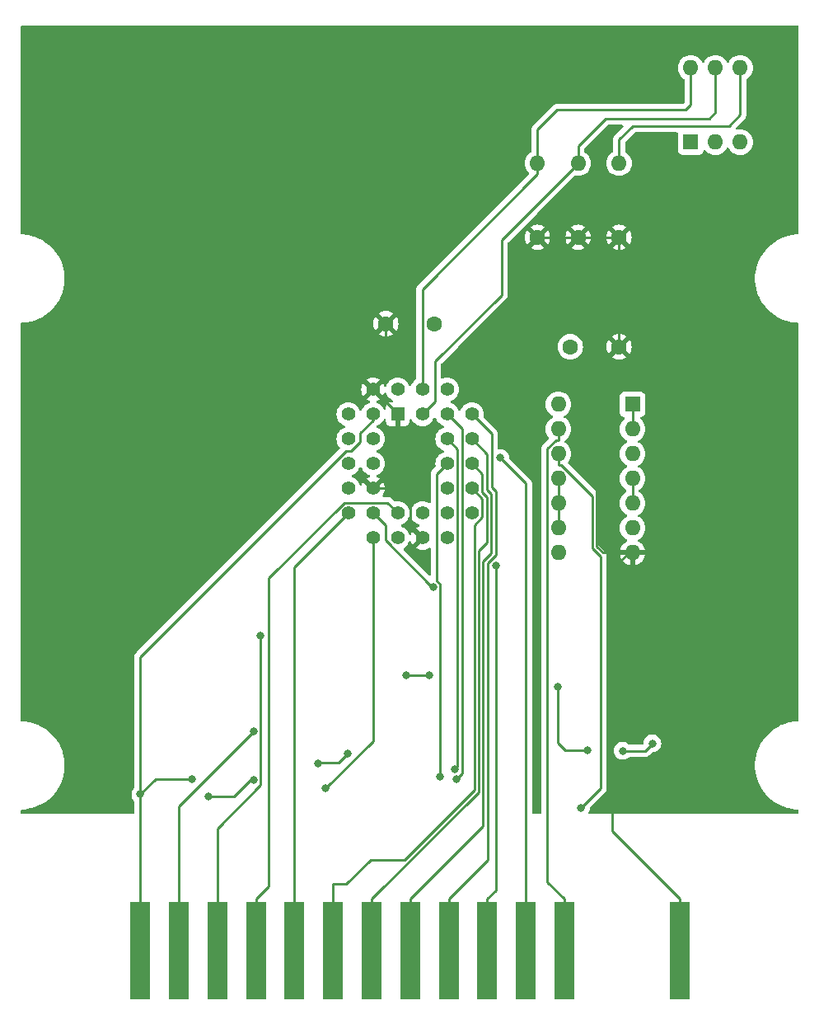
<source format=gbr>
G04 #@! TF.GenerationSoftware,KiCad,Pcbnew,8.0.2*
G04 #@! TF.CreationDate,2025-01-06T09:06:17+01:00*
G04 #@! TF.ProjectId,multicartridge-sst39sf010,6d756c74-6963-4617-9274-72696467652d,rev?*
G04 #@! TF.SameCoordinates,Original*
G04 #@! TF.FileFunction,Copper,L1,Top*
G04 #@! TF.FilePolarity,Positive*
%FSLAX46Y46*%
G04 Gerber Fmt 4.6, Leading zero omitted, Abs format (unit mm)*
G04 Created by KiCad (PCBNEW 8.0.2) date 2025-01-06 09:06:17*
%MOMM*%
%LPD*%
G01*
G04 APERTURE LIST*
G04 #@! TA.AperFunction,ComponentPad*
%ADD10R,1.600000X1.600000*%
G04 #@! TD*
G04 #@! TA.AperFunction,ComponentPad*
%ADD11O,1.600000X1.600000*%
G04 #@! TD*
G04 #@! TA.AperFunction,ComponentPad*
%ADD12C,1.600000*%
G04 #@! TD*
G04 #@! TA.AperFunction,ComponentPad*
%ADD13R,1.422400X1.422400*%
G04 #@! TD*
G04 #@! TA.AperFunction,ComponentPad*
%ADD14C,1.422400*%
G04 #@! TD*
G04 #@! TA.AperFunction,SMDPad,CuDef*
%ADD15R,2.000000X10.000000*%
G04 #@! TD*
G04 #@! TA.AperFunction,ViaPad*
%ADD16C,0.800000*%
G04 #@! TD*
G04 #@! TA.AperFunction,Conductor*
%ADD17C,0.250000*%
G04 #@! TD*
G04 APERTURE END LIST*
D10*
X112014000Y-56134000D03*
D11*
X114554000Y-56134000D03*
X117094000Y-56134000D03*
X117094000Y-48514000D03*
X114554000Y-48514000D03*
X112014000Y-48514000D03*
D10*
X106045000Y-83058000D03*
D11*
X106045000Y-85598000D03*
X106045000Y-88138000D03*
X106045000Y-90678000D03*
X106045000Y-93218000D03*
X106045000Y-95758000D03*
X106045000Y-98298000D03*
X98425000Y-98298000D03*
X98425000Y-95758000D03*
X98425000Y-93218000D03*
X98425000Y-90678000D03*
X98425000Y-88138000D03*
X98425000Y-85598000D03*
X98425000Y-83058000D03*
D12*
X99647000Y-77143000D03*
X104647000Y-77143000D03*
X85685000Y-74785000D03*
X80685000Y-74785000D03*
X100457000Y-65913000D03*
D11*
X100457000Y-58293000D03*
D12*
X96266000Y-65913000D03*
D11*
X96266000Y-58293000D03*
D12*
X104648000Y-65913000D03*
D11*
X104648000Y-58293000D03*
D13*
X81915000Y-84074000D03*
D14*
X84455000Y-81534000D03*
X84455000Y-84074000D03*
X86995000Y-81534000D03*
X89535000Y-84074000D03*
X86995000Y-84074000D03*
X89535000Y-86614000D03*
X86995000Y-86614000D03*
X89535000Y-89154000D03*
X86995000Y-89154000D03*
X89535000Y-91694000D03*
X86995000Y-91694000D03*
X89535000Y-94234000D03*
X86995000Y-96774000D03*
X86995000Y-94234000D03*
X84455000Y-96774000D03*
X84455000Y-94234000D03*
X81915000Y-96774000D03*
X81915000Y-94234000D03*
X79375000Y-96774000D03*
X76835000Y-94234000D03*
X79375000Y-94234000D03*
X76835000Y-91694000D03*
X79375000Y-91694000D03*
X76835000Y-89154000D03*
X79375000Y-89154000D03*
X76835000Y-86614000D03*
X79375000Y-86614000D03*
X76835000Y-84074000D03*
X79375000Y-81534000D03*
X79375000Y-84074000D03*
X81915000Y-81534000D03*
D15*
X55465000Y-139192000D03*
X59425000Y-139192000D03*
X63385000Y-139192000D03*
X67345000Y-139192000D03*
X71305000Y-139192000D03*
X75265000Y-139192000D03*
X79225000Y-139192000D03*
X83185000Y-139192000D03*
X87145000Y-139192000D03*
X91105000Y-139192000D03*
X95065000Y-139192000D03*
X99025000Y-139192000D03*
X110905000Y-139192000D03*
D16*
X108077000Y-117881400D03*
X105029000Y-118643400D03*
X101422200Y-118592600D03*
X98374200Y-112039400D03*
X85115400Y-110921800D03*
X82778600Y-110921800D03*
X73685400Y-119913400D03*
X76733400Y-118948200D03*
X67109600Y-121640600D03*
X55465000Y-123113800D03*
X67104500Y-116664500D03*
X67834600Y-106822800D03*
X91972000Y-99597000D03*
X92433700Y-88562400D03*
X87963600Y-121520500D03*
X87760700Y-120518200D03*
X86263800Y-121315900D03*
X74525100Y-122473700D03*
X100741200Y-124513000D03*
X85538700Y-101825300D03*
X60731400Y-121539000D03*
X62458600Y-123317000D03*
D17*
X107315000Y-118643400D02*
X108077000Y-117881400D01*
X105029000Y-118643400D02*
X107315000Y-118643400D01*
X99136200Y-118592600D02*
X101422200Y-118592600D01*
X98374200Y-117830600D02*
X99136200Y-118592600D01*
X102743000Y-122511200D02*
X100741200Y-124513000D01*
X101912000Y-97849396D02*
X102743000Y-98680396D01*
X98658100Y-89263100D02*
X101912000Y-92517000D01*
X101912000Y-92517000D02*
X101912000Y-97849396D01*
X102743000Y-98680396D02*
X102743000Y-122511200D01*
X98425000Y-89263100D02*
X98658100Y-89263100D01*
X98425000Y-88138000D02*
X98425000Y-89263100D01*
X110905000Y-133866900D02*
X110905000Y-139192000D01*
X103962200Y-100003800D02*
X103962200Y-126924100D01*
X103962200Y-126924100D02*
X110905000Y-133866900D01*
X105668000Y-98298000D02*
X103962200Y-100003800D01*
X98374200Y-112039400D02*
X98374200Y-117830600D01*
X82778600Y-110921800D02*
X85115400Y-110921800D01*
X75265000Y-132308600D02*
X75265000Y-139192000D01*
X76631800Y-132308600D02*
X75265000Y-132308600D01*
X79121000Y-129819400D02*
X76631800Y-132308600D01*
X82636104Y-129819400D02*
X79121000Y-129819400D01*
X89773400Y-95461300D02*
X89773400Y-122682104D01*
X89773400Y-122682104D02*
X82636104Y-129819400D01*
X90592000Y-94642700D02*
X89773400Y-95461300D01*
X90592000Y-92751000D02*
X90592000Y-94642700D01*
X89535000Y-91694000D02*
X90592000Y-92751000D01*
X73685400Y-119913400D02*
X73736200Y-119862600D01*
X75819000Y-119862600D02*
X76733400Y-118948200D01*
X65100200Y-123317000D02*
X66776600Y-121640600D01*
X73736200Y-119862600D02*
X75819000Y-119862600D01*
X66776600Y-121640600D02*
X67109600Y-121640600D01*
X79375000Y-84710600D02*
X79375000Y-84074000D01*
X77085500Y-87884000D02*
X78057900Y-86911600D01*
X76602900Y-87884000D02*
X77085500Y-87884000D01*
X78057900Y-86027700D02*
X79375000Y-84710600D01*
X55465000Y-109021900D02*
X76602900Y-87884000D01*
X55465000Y-139192000D02*
X55465000Y-109021900D01*
X78057900Y-86911600D02*
X78057900Y-86027700D01*
X80685000Y-80224000D02*
X79375000Y-81534000D01*
X104647000Y-66095000D02*
X104647000Y-77143000D01*
X82550000Y-91694000D02*
X83185000Y-91059000D01*
X96308000Y-65955000D02*
X100415000Y-65955000D01*
X100415000Y-65955000D02*
X100457000Y-65913000D01*
X102362000Y-97663000D02*
X102997000Y-98298000D01*
X102362000Y-79428000D02*
X102362000Y-97663000D01*
X81915000Y-84074000D02*
X81915000Y-88900000D01*
X104648000Y-65913000D02*
X104556500Y-66004500D01*
X104507000Y-65955000D02*
X104556500Y-66004500D01*
X104647000Y-77143000D02*
X102362000Y-79428000D01*
X83185000Y-90170000D02*
X83185000Y-91059000D01*
X83185000Y-91059000D02*
X83185000Y-95504000D01*
X79375000Y-91694000D02*
X82550000Y-91694000D01*
X96266000Y-65955000D02*
X96308000Y-65955000D01*
X102997000Y-98298000D02*
X105668000Y-98298000D01*
X81915000Y-88900000D02*
X83185000Y-90170000D01*
X104556500Y-66004500D02*
X104647000Y-66095000D01*
X83185000Y-95504000D02*
X84455000Y-96774000D01*
X100415000Y-65955000D02*
X104507000Y-65955000D01*
X79375000Y-81534000D02*
X81915000Y-84074000D01*
X105668000Y-98298000D02*
X106045000Y-98298000D01*
X80685000Y-74785000D02*
X80685000Y-80224000D01*
X96308000Y-65955000D02*
X96266000Y-65913000D01*
X59425000Y-124344000D02*
X67104500Y-116664500D01*
X59425000Y-139192000D02*
X59425000Y-124344000D01*
X63385000Y-139192000D02*
X63385000Y-126627000D01*
X63385000Y-126627000D02*
X67834600Y-122177400D01*
X67834600Y-122177400D02*
X67834600Y-106822800D01*
X81915000Y-94234000D02*
X80873200Y-93192200D01*
X80873200Y-93192200D02*
X76393700Y-93192200D01*
X76393700Y-93192200D02*
X68670100Y-100915800D01*
X68670100Y-132541800D02*
X67345000Y-133866900D01*
X68670100Y-100915800D02*
X68670100Y-132541800D01*
X67345000Y-139192000D02*
X67345000Y-133866900D01*
X71305000Y-99764000D02*
X76835000Y-94234000D01*
X71305000Y-139192000D02*
X71305000Y-99764000D01*
X91042200Y-97284900D02*
X91042200Y-92553300D01*
X90591800Y-90210800D02*
X89535000Y-89154000D01*
X90223400Y-122868500D02*
X90223400Y-98103700D01*
X90591800Y-92102900D02*
X90591800Y-90210800D01*
X90223400Y-98103700D02*
X91042200Y-97284900D01*
X79225000Y-133866900D02*
X90223400Y-122868500D01*
X91042200Y-92553300D02*
X90591800Y-92102900D01*
X79225000Y-139192000D02*
X79225000Y-133866900D01*
X91096800Y-88175800D02*
X89535000Y-86614000D01*
X90673600Y-99206800D02*
X91521900Y-98358500D01*
X90673600Y-126378300D02*
X90673600Y-99206800D01*
X91521900Y-92220200D02*
X91096800Y-91795100D01*
X83185000Y-133866900D02*
X90673600Y-126378300D01*
X91521900Y-98358500D02*
X91521900Y-92220200D01*
X91096800Y-91795100D02*
X91096800Y-88175800D01*
X83185000Y-139192000D02*
X83185000Y-133866900D01*
X91552400Y-86091400D02*
X89535000Y-84074000D01*
X91123700Y-99393300D02*
X91973900Y-98543100D01*
X87145000Y-139192000D02*
X87145000Y-133866900D01*
X91552400Y-91614100D02*
X91552400Y-86091400D01*
X91973900Y-92035600D02*
X91552400Y-91614100D01*
X91973900Y-98543100D02*
X91973900Y-92035600D01*
X91123700Y-129888200D02*
X91123700Y-99393300D01*
X87145000Y-133866900D02*
X91123700Y-129888200D01*
X91972000Y-132999900D02*
X91972000Y-99597000D01*
X91105000Y-139192000D02*
X91105000Y-133866900D01*
X91105000Y-133866900D02*
X91972000Y-132999900D01*
X95065000Y-91193700D02*
X95065000Y-139192000D01*
X92433700Y-88562400D02*
X95065000Y-91193700D01*
X86995000Y-84074000D02*
X88498700Y-85577700D01*
X88498700Y-120985400D02*
X87963600Y-121520500D01*
X88498700Y-85577700D02*
X88498700Y-120985400D01*
X88048500Y-87667500D02*
X88048500Y-120230400D01*
X88048500Y-120230400D02*
X87760700Y-120518200D01*
X86995000Y-86614000D02*
X88048500Y-87667500D01*
X85940100Y-90208900D02*
X86995000Y-89154000D01*
X85940100Y-101201300D02*
X85940100Y-90208900D01*
X86263800Y-121315900D02*
X86263800Y-101525000D01*
X86263800Y-101525000D02*
X85940100Y-101201300D01*
X79375000Y-96774000D02*
X79375000Y-117623800D01*
X79375000Y-117623800D02*
X74525100Y-122473700D01*
X97275500Y-132117400D02*
X97275500Y-87639400D01*
X97275500Y-87639400D02*
X98191800Y-86723100D01*
X98425000Y-85598000D02*
X98425000Y-86723100D01*
X99025000Y-139192000D02*
X99025000Y-133866900D01*
X99025000Y-133866900D02*
X97275500Y-132117400D01*
X98191800Y-86723100D02*
X98425000Y-86723100D01*
X106045000Y-90678000D02*
X106045000Y-93218000D01*
X106045000Y-83058000D02*
X106045000Y-85598000D01*
X117094000Y-53340000D02*
X117094000Y-48514000D01*
X115951000Y-54483000D02*
X117094000Y-53340000D01*
X106045000Y-54483000D02*
X115951000Y-54483000D01*
X104648000Y-58293000D02*
X104648000Y-55880000D01*
X104648000Y-55880000D02*
X106045000Y-54483000D01*
X114554000Y-53086000D02*
X114554000Y-48514000D01*
X113919000Y-53721000D02*
X114554000Y-53086000D01*
X85725000Y-78659400D02*
X85725000Y-82804000D01*
X100457000Y-58335000D02*
X92575600Y-66216400D01*
X103251000Y-53721000D02*
X113919000Y-53721000D01*
X92575600Y-66216400D02*
X92575600Y-71808800D01*
X100457000Y-58293000D02*
X100457000Y-56515000D01*
X100457000Y-58335000D02*
X100457000Y-58293000D01*
X85725000Y-82804000D02*
X84455000Y-84074000D01*
X100457000Y-56515000D02*
X103251000Y-53721000D01*
X92575600Y-71808800D02*
X85725000Y-78659400D01*
X80645000Y-97024200D02*
X85446100Y-101825300D01*
X79375000Y-94234000D02*
X80645000Y-95504000D01*
X80645000Y-95504000D02*
X80645000Y-97024200D01*
X85446100Y-101825300D02*
X85538700Y-101825300D01*
X98425000Y-93218000D02*
X98425000Y-90678000D01*
X98425000Y-95758000D02*
X98425000Y-93218000D01*
X96266000Y-54864000D02*
X98298000Y-52832000D01*
X96266000Y-58293000D02*
X96266000Y-59418100D01*
X111506000Y-52832000D02*
X112014000Y-52324000D01*
X98298000Y-52832000D02*
X111506000Y-52832000D01*
X96266000Y-58293000D02*
X96266000Y-54864000D01*
X96266000Y-59418100D02*
X84455000Y-71229100D01*
X112014000Y-52324000D02*
X112014000Y-48514000D01*
X84455000Y-71229100D02*
X84455000Y-81534000D01*
X55465000Y-123113800D02*
X57039800Y-121539000D01*
X57039800Y-121539000D02*
X60731400Y-121539000D01*
X62458600Y-123317000D02*
X65100200Y-123317000D01*
G04 #@! TA.AperFunction,Conductor*
G36*
X123064539Y-44190285D02*
G01*
X123110294Y-44243089D01*
X123121500Y-44294600D01*
X123121500Y-65495500D01*
X123101815Y-65562539D01*
X123049011Y-65608294D01*
X122997500Y-65619500D01*
X122937774Y-65619500D01*
X122862401Y-65626484D01*
X122521114Y-65658108D01*
X122521113Y-65658109D01*
X122521109Y-65658109D01*
X122521106Y-65658110D01*
X122369826Y-65686389D01*
X122109770Y-65735001D01*
X121707301Y-65849515D01*
X121317102Y-66000678D01*
X120942519Y-66187199D01*
X120586741Y-66407487D01*
X120252816Y-66659655D01*
X120252807Y-66659662D01*
X119943570Y-66941570D01*
X119661662Y-67250807D01*
X119661655Y-67250816D01*
X119409487Y-67584741D01*
X119189199Y-67940519D01*
X119002678Y-68315102D01*
X118851515Y-68705301D01*
X118737001Y-69107770D01*
X118660109Y-69519113D01*
X118660108Y-69519114D01*
X118621500Y-69935776D01*
X118621500Y-70354223D01*
X118660108Y-70770885D01*
X118660109Y-70770886D01*
X118660110Y-70770894D01*
X118737000Y-71182222D01*
X118737002Y-71182229D01*
X118737001Y-71182229D01*
X118851515Y-71584698D01*
X118851514Y-71584698D01*
X118962503Y-71871194D01*
X119002678Y-71974897D01*
X119189199Y-72349481D01*
X119282719Y-72500521D01*
X119409487Y-72705258D01*
X119661655Y-73039183D01*
X119661662Y-73039192D01*
X119771293Y-73159451D01*
X119943570Y-73348430D01*
X120109679Y-73499858D01*
X120252807Y-73630337D01*
X120252816Y-73630344D01*
X120285291Y-73654868D01*
X120586743Y-73882514D01*
X120942519Y-74102801D01*
X121317103Y-74289322D01*
X121707299Y-74440484D01*
X121978252Y-74517577D01*
X122109770Y-74554998D01*
X122109772Y-74554998D01*
X122109778Y-74555000D01*
X122521106Y-74631890D01*
X122521113Y-74631890D01*
X122521114Y-74631891D01*
X122662585Y-74645000D01*
X122937774Y-74670500D01*
X122997500Y-74670500D01*
X123064539Y-74690185D01*
X123110294Y-74742989D01*
X123121500Y-74794500D01*
X123121500Y-77834438D01*
X123121501Y-83434439D01*
X123121501Y-94834438D01*
X123121500Y-100446437D01*
X123121500Y-115495500D01*
X123101815Y-115562539D01*
X123049011Y-115608294D01*
X122997500Y-115619500D01*
X122937774Y-115619500D01*
X122862401Y-115626484D01*
X122521114Y-115658108D01*
X122521113Y-115658109D01*
X122521109Y-115658109D01*
X122521106Y-115658110D01*
X122363262Y-115687615D01*
X122109770Y-115735001D01*
X121707301Y-115849515D01*
X121317102Y-116000678D01*
X120942519Y-116187199D01*
X120586741Y-116407487D01*
X120252816Y-116659655D01*
X120252807Y-116659662D01*
X119943570Y-116941570D01*
X119661662Y-117250807D01*
X119661655Y-117250816D01*
X119409487Y-117584741D01*
X119189199Y-117940519D01*
X119002678Y-118315102D01*
X118851515Y-118705301D01*
X118737001Y-119107770D01*
X118660109Y-119519113D01*
X118660108Y-119519114D01*
X118621500Y-119935776D01*
X118621500Y-120354223D01*
X118660108Y-120770885D01*
X118660109Y-120770886D01*
X118660110Y-120770894D01*
X118737000Y-121182222D01*
X118737002Y-121182229D01*
X118737001Y-121182229D01*
X118851515Y-121584698D01*
X118851514Y-121584698D01*
X119002678Y-121974897D01*
X119189199Y-122349481D01*
X119409486Y-122705257D01*
X119409487Y-122705258D01*
X119661655Y-123039183D01*
X119661662Y-123039192D01*
X119741776Y-123127072D01*
X119943570Y-123348430D01*
X120093763Y-123485349D01*
X120252807Y-123630337D01*
X120252816Y-123630344D01*
X120279829Y-123650743D01*
X120586743Y-123882514D01*
X120942519Y-124102801D01*
X121317103Y-124289322D01*
X121707299Y-124440484D01*
X121978252Y-124517577D01*
X122109770Y-124554998D01*
X122109772Y-124554998D01*
X122109778Y-124555000D01*
X122521106Y-124631890D01*
X122521113Y-124631890D01*
X122521114Y-124631891D01*
X122662585Y-124645000D01*
X122937774Y-124670500D01*
X122997500Y-124670500D01*
X123064539Y-124690185D01*
X123110294Y-124742989D01*
X123121500Y-124794500D01*
X123121500Y-125021000D01*
X123101815Y-125088039D01*
X123049011Y-125133794D01*
X122997500Y-125145000D01*
X101640134Y-125145000D01*
X101573095Y-125125315D01*
X101527340Y-125072511D01*
X101517396Y-125003353D01*
X101532747Y-124959001D01*
X101575724Y-124884561D01*
X101575723Y-124884561D01*
X101575727Y-124884556D01*
X101634742Y-124702928D01*
X101652181Y-124536999D01*
X101678764Y-124472388D01*
X101687811Y-124462292D01*
X103235072Y-122915033D01*
X103304401Y-122811275D01*
X103352155Y-122695984D01*
X103354639Y-122683500D01*
X103361367Y-122649676D01*
X103376499Y-122573598D01*
X103376500Y-122573595D01*
X103376500Y-118643400D01*
X104115496Y-118643400D01*
X104135458Y-118833328D01*
X104135459Y-118833331D01*
X104194470Y-119014949D01*
X104194473Y-119014956D01*
X104289960Y-119180344D01*
X104417747Y-119322266D01*
X104572248Y-119434518D01*
X104746712Y-119512194D01*
X104933513Y-119551900D01*
X105124487Y-119551900D01*
X105311288Y-119512194D01*
X105485752Y-119434518D01*
X105640253Y-119322266D01*
X105644160Y-119317927D01*
X105703646Y-119281279D01*
X105736309Y-119276900D01*
X107377395Y-119276900D01*
X107377396Y-119276899D01*
X107499785Y-119252555D01*
X107615075Y-119204800D01*
X107718833Y-119135471D01*
X108028085Y-118826219D01*
X108089408Y-118792734D01*
X108115766Y-118789900D01*
X108172487Y-118789900D01*
X108359288Y-118750194D01*
X108533752Y-118672518D01*
X108688253Y-118560266D01*
X108816040Y-118418344D01*
X108911527Y-118252956D01*
X108970542Y-118071328D01*
X108990504Y-117881400D01*
X108970542Y-117691472D01*
X108911527Y-117509844D01*
X108816040Y-117344456D01*
X108688253Y-117202534D01*
X108533752Y-117090282D01*
X108359288Y-117012606D01*
X108359286Y-117012605D01*
X108172487Y-116972900D01*
X107981513Y-116972900D01*
X107794714Y-117012605D01*
X107620246Y-117090283D01*
X107465745Y-117202535D01*
X107337959Y-117344457D01*
X107242473Y-117509843D01*
X107242470Y-117509850D01*
X107184308Y-117688855D01*
X107183458Y-117691472D01*
X107166556Y-117852283D01*
X107166019Y-117857396D01*
X107139434Y-117922010D01*
X107130380Y-117932114D01*
X107088915Y-117973580D01*
X107027593Y-118007066D01*
X107001233Y-118009900D01*
X105736309Y-118009900D01*
X105669270Y-117990215D01*
X105644160Y-117968873D01*
X105640254Y-117964535D01*
X105632774Y-117959100D01*
X105485752Y-117852282D01*
X105311288Y-117774606D01*
X105311286Y-117774605D01*
X105124487Y-117734900D01*
X104933513Y-117734900D01*
X104746714Y-117774605D01*
X104572246Y-117852283D01*
X104417745Y-117964535D01*
X104289959Y-118106457D01*
X104194473Y-118271843D01*
X104194470Y-118271850D01*
X104135459Y-118453468D01*
X104135458Y-118453472D01*
X104115496Y-118643400D01*
X103376500Y-118643400D01*
X103376500Y-98618001D01*
X103376499Y-98617997D01*
X103352156Y-98495618D01*
X103352155Y-98495611D01*
X103304400Y-98380321D01*
X103304399Y-98380320D01*
X103304396Y-98380314D01*
X103235072Y-98276564D01*
X103203847Y-98245339D01*
X103146833Y-98188325D01*
X102581819Y-97623311D01*
X102548334Y-97561988D01*
X102545500Y-97535630D01*
X102545500Y-92454605D01*
X102545499Y-92454601D01*
X102521156Y-92332222D01*
X102521155Y-92332215D01*
X102521153Y-92332210D01*
X102490799Y-92258928D01*
X102473404Y-92216932D01*
X102473403Y-92216931D01*
X102473401Y-92216925D01*
X102469978Y-92211802D01*
X102404072Y-92113166D01*
X102404069Y-92113163D01*
X99439457Y-89148552D01*
X99405972Y-89087229D01*
X99410956Y-89017537D01*
X99428672Y-88987141D01*
X99428092Y-88986735D01*
X99431196Y-88982301D01*
X99431198Y-88982300D01*
X99562523Y-88794749D01*
X99659284Y-88587243D01*
X99718543Y-88366087D01*
X99738498Y-88138000D01*
X99718543Y-87909913D01*
X99659284Y-87688757D01*
X99643281Y-87654439D01*
X99620736Y-87606091D01*
X99562523Y-87481251D01*
X99431198Y-87293700D01*
X99269300Y-87131802D01*
X99090083Y-87006312D01*
X99046461Y-86951738D01*
X99039268Y-86882239D01*
X99039574Y-86880636D01*
X99056574Y-86795177D01*
X99088959Y-86733266D01*
X99107059Y-86717800D01*
X99269300Y-86604198D01*
X99431198Y-86442300D01*
X99562523Y-86254749D01*
X99659284Y-86047243D01*
X99718543Y-85826087D01*
X99738498Y-85598000D01*
X99738498Y-85597998D01*
X104731502Y-85597998D01*
X104731502Y-85598001D01*
X104751456Y-85826081D01*
X104751457Y-85826089D01*
X104810714Y-86047238D01*
X104810718Y-86047249D01*
X104879729Y-86195243D01*
X104907477Y-86254749D01*
X105038802Y-86442300D01*
X105200700Y-86604198D01*
X105385028Y-86733266D01*
X105388251Y-86735523D01*
X105431345Y-86755618D01*
X105483784Y-86801791D01*
X105502936Y-86868984D01*
X105482720Y-86935865D01*
X105431345Y-86980382D01*
X105388251Y-87000476D01*
X105263126Y-87088090D01*
X105200700Y-87131802D01*
X105200698Y-87131803D01*
X105200695Y-87131806D01*
X105038806Y-87293695D01*
X104907476Y-87481252D01*
X104907475Y-87481254D01*
X104810718Y-87688750D01*
X104810714Y-87688761D01*
X104751457Y-87909910D01*
X104751456Y-87909918D01*
X104731502Y-88137998D01*
X104731502Y-88138001D01*
X104751456Y-88366081D01*
X104751457Y-88366089D01*
X104810714Y-88587238D01*
X104810718Y-88587249D01*
X104879729Y-88735243D01*
X104907477Y-88794749D01*
X105038802Y-88982300D01*
X105200700Y-89144198D01*
X105388251Y-89275523D01*
X105431345Y-89295618D01*
X105483784Y-89341791D01*
X105502936Y-89408984D01*
X105482720Y-89475865D01*
X105431345Y-89520382D01*
X105388251Y-89540476D01*
X105315167Y-89591651D01*
X105200700Y-89671802D01*
X105200698Y-89671803D01*
X105200695Y-89671806D01*
X105038806Y-89833695D01*
X105038803Y-89833698D01*
X105038802Y-89833700D01*
X104963667Y-89941003D01*
X104907476Y-90021252D01*
X104907475Y-90021254D01*
X104810718Y-90228750D01*
X104810714Y-90228761D01*
X104751457Y-90449910D01*
X104751456Y-90449918D01*
X104731502Y-90677998D01*
X104731502Y-90678001D01*
X104751456Y-90906081D01*
X104751457Y-90906089D01*
X104810714Y-91127238D01*
X104810718Y-91127249D01*
X104903720Y-91326692D01*
X104907477Y-91334749D01*
X105038802Y-91522300D01*
X105200700Y-91684198D01*
X105358625Y-91794779D01*
X105402249Y-91849354D01*
X105411500Y-91896352D01*
X105411500Y-91999647D01*
X105391815Y-92066686D01*
X105358624Y-92101221D01*
X105200699Y-92211802D01*
X105038806Y-92373695D01*
X105038803Y-92373698D01*
X105038802Y-92373700D01*
X104982152Y-92454605D01*
X104907476Y-92561252D01*
X104907475Y-92561254D01*
X104810718Y-92768750D01*
X104810714Y-92768761D01*
X104751457Y-92989910D01*
X104751456Y-92989918D01*
X104731502Y-93217998D01*
X104731502Y-93218001D01*
X104751456Y-93446081D01*
X104751457Y-93446089D01*
X104810714Y-93667238D01*
X104810718Y-93667249D01*
X104879729Y-93815243D01*
X104907477Y-93874749D01*
X105038802Y-94062300D01*
X105200700Y-94224198D01*
X105358623Y-94334777D01*
X105388251Y-94355523D01*
X105431345Y-94375618D01*
X105483784Y-94421791D01*
X105502936Y-94488984D01*
X105482720Y-94555865D01*
X105431345Y-94600382D01*
X105388251Y-94620476D01*
X105263126Y-94708090D01*
X105200700Y-94751802D01*
X105200698Y-94751803D01*
X105200695Y-94751806D01*
X105038806Y-94913695D01*
X104907476Y-95101252D01*
X104907475Y-95101254D01*
X104810718Y-95308750D01*
X104810714Y-95308761D01*
X104751457Y-95529910D01*
X104751456Y-95529918D01*
X104731502Y-95757998D01*
X104731502Y-95758001D01*
X104751456Y-95986081D01*
X104751457Y-95986089D01*
X104810714Y-96207238D01*
X104810718Y-96207249D01*
X104904314Y-96407966D01*
X104907477Y-96414749D01*
X105038802Y-96602300D01*
X105200700Y-96764198D01*
X105388251Y-96895523D01*
X105441401Y-96920307D01*
X105493840Y-96966479D01*
X105512992Y-97033673D01*
X105492776Y-97100554D01*
X105441401Y-97145071D01*
X105392517Y-97167865D01*
X105206179Y-97298342D01*
X105045342Y-97459179D01*
X104914865Y-97645517D01*
X104818734Y-97851673D01*
X104818730Y-97851682D01*
X104766127Y-98047999D01*
X104766128Y-98048000D01*
X105729314Y-98048000D01*
X105724920Y-98052394D01*
X105672259Y-98143606D01*
X105645000Y-98245339D01*
X105645000Y-98350661D01*
X105672259Y-98452394D01*
X105724920Y-98543606D01*
X105729314Y-98548000D01*
X104766128Y-98548000D01*
X104818730Y-98744317D01*
X104818734Y-98744326D01*
X104914865Y-98950482D01*
X105045342Y-99136820D01*
X105206179Y-99297657D01*
X105392517Y-99428134D01*
X105598673Y-99524265D01*
X105598682Y-99524269D01*
X105794999Y-99576872D01*
X105795000Y-99576871D01*
X105795000Y-98613686D01*
X105799394Y-98618080D01*
X105890606Y-98670741D01*
X105992339Y-98698000D01*
X106097661Y-98698000D01*
X106199394Y-98670741D01*
X106290606Y-98618080D01*
X106295000Y-98613686D01*
X106295000Y-99576872D01*
X106491317Y-99524269D01*
X106491326Y-99524265D01*
X106697482Y-99428134D01*
X106883820Y-99297657D01*
X107044657Y-99136820D01*
X107175134Y-98950482D01*
X107271265Y-98744326D01*
X107271269Y-98744317D01*
X107323872Y-98548000D01*
X106360686Y-98548000D01*
X106365080Y-98543606D01*
X106417741Y-98452394D01*
X106445000Y-98350661D01*
X106445000Y-98245339D01*
X106417741Y-98143606D01*
X106365080Y-98052394D01*
X106360686Y-98048000D01*
X107323872Y-98048000D01*
X107323872Y-98047999D01*
X107271269Y-97851682D01*
X107271265Y-97851673D01*
X107175134Y-97645517D01*
X107044657Y-97459179D01*
X106883820Y-97298342D01*
X106697481Y-97167865D01*
X106697479Y-97167864D01*
X106648599Y-97145071D01*
X106596159Y-97098899D01*
X106577007Y-97031706D01*
X106597223Y-96964824D01*
X106648599Y-96920307D01*
X106701749Y-96895523D01*
X106889300Y-96764198D01*
X107051198Y-96602300D01*
X107182523Y-96414749D01*
X107279284Y-96207243D01*
X107338543Y-95986087D01*
X107358498Y-95758000D01*
X107358241Y-95755067D01*
X107347140Y-95628174D01*
X107338543Y-95529913D01*
X107279284Y-95308757D01*
X107272554Y-95294325D01*
X107215473Y-95171913D01*
X107182523Y-95101251D01*
X107051198Y-94913700D01*
X106889300Y-94751802D01*
X106701749Y-94620477D01*
X106658655Y-94600382D01*
X106606215Y-94554210D01*
X106587063Y-94487017D01*
X106607278Y-94420136D01*
X106658655Y-94375618D01*
X106672176Y-94369313D01*
X106701749Y-94355523D01*
X106889300Y-94224198D01*
X107051198Y-94062300D01*
X107182523Y-93874749D01*
X107279284Y-93667243D01*
X107338543Y-93446087D01*
X107358498Y-93218000D01*
X107338543Y-92989913D01*
X107279284Y-92768757D01*
X107182523Y-92561251D01*
X107051198Y-92373700D01*
X106889300Y-92211802D01*
X106731376Y-92101221D01*
X106687751Y-92046644D01*
X106678500Y-91999647D01*
X106678500Y-91896352D01*
X106698185Y-91829313D01*
X106731373Y-91794779D01*
X106889300Y-91684198D01*
X107051198Y-91522300D01*
X107182523Y-91334749D01*
X107279284Y-91127243D01*
X107338543Y-90906087D01*
X107358498Y-90678000D01*
X107355266Y-90641063D01*
X107347140Y-90548174D01*
X107338543Y-90449913D01*
X107279284Y-90228757D01*
X107182523Y-90021251D01*
X107051198Y-89833700D01*
X106889300Y-89671802D01*
X106701749Y-89540477D01*
X106658655Y-89520382D01*
X106606215Y-89474210D01*
X106587063Y-89407017D01*
X106607278Y-89340136D01*
X106658655Y-89295618D01*
X106661882Y-89294112D01*
X106701749Y-89275523D01*
X106889300Y-89144198D01*
X107051198Y-88982300D01*
X107182523Y-88794749D01*
X107279284Y-88587243D01*
X107338543Y-88366087D01*
X107358498Y-88138000D01*
X107338543Y-87909913D01*
X107279284Y-87688757D01*
X107263281Y-87654439D01*
X107240736Y-87606091D01*
X107182523Y-87481251D01*
X107051198Y-87293700D01*
X106889300Y-87131802D01*
X106701749Y-87000477D01*
X106658655Y-86980382D01*
X106606215Y-86934210D01*
X106587063Y-86867017D01*
X106607278Y-86800136D01*
X106658655Y-86755618D01*
X106661882Y-86754112D01*
X106701749Y-86735523D01*
X106889300Y-86604198D01*
X107051198Y-86442300D01*
X107182523Y-86254749D01*
X107279284Y-86047243D01*
X107338543Y-85826087D01*
X107358498Y-85598000D01*
X107354987Y-85557874D01*
X107346567Y-85461625D01*
X107338543Y-85369913D01*
X107279284Y-85148757D01*
X107182523Y-84941251D01*
X107051198Y-84753700D01*
X106889300Y-84591802D01*
X106881627Y-84586429D01*
X106838006Y-84531853D01*
X106830814Y-84462355D01*
X106862338Y-84400001D01*
X106922568Y-84364588D01*
X106939489Y-84361570D01*
X106954201Y-84359989D01*
X107091204Y-84308889D01*
X107208261Y-84221261D01*
X107295889Y-84104204D01*
X107346989Y-83967201D01*
X107352106Y-83919606D01*
X107353499Y-83906654D01*
X107353500Y-83906637D01*
X107353500Y-82209362D01*
X107353499Y-82209345D01*
X107350157Y-82178270D01*
X107346989Y-82148799D01*
X107346012Y-82146180D01*
X107310812Y-82051806D01*
X107295889Y-82011796D01*
X107208261Y-81894739D01*
X107091204Y-81807111D01*
X106954203Y-81756011D01*
X106893654Y-81749500D01*
X106893638Y-81749500D01*
X105196362Y-81749500D01*
X105196345Y-81749500D01*
X105135797Y-81756011D01*
X105135795Y-81756011D01*
X104998795Y-81807111D01*
X104881739Y-81894739D01*
X104794111Y-82011795D01*
X104743011Y-82148795D01*
X104743011Y-82148797D01*
X104736500Y-82209345D01*
X104736500Y-83906654D01*
X104743011Y-83967202D01*
X104743011Y-83967204D01*
X104779189Y-84064198D01*
X104794111Y-84104204D01*
X104881739Y-84221261D01*
X104998796Y-84308889D01*
X105098110Y-84345931D01*
X105135793Y-84359987D01*
X105135799Y-84359989D01*
X105150499Y-84361569D01*
X105215048Y-84388305D01*
X105254897Y-84445696D01*
X105257393Y-84515521D01*
X105221742Y-84575611D01*
X105208377Y-84586425D01*
X105208371Y-84586431D01*
X105200696Y-84591805D01*
X105038806Y-84753695D01*
X105038803Y-84753698D01*
X105038802Y-84753700D01*
X104983245Y-84833044D01*
X104907476Y-84941252D01*
X104907475Y-84941254D01*
X104810718Y-85148750D01*
X104810714Y-85148761D01*
X104751457Y-85369910D01*
X104751456Y-85369918D01*
X104731502Y-85597998D01*
X99738498Y-85597998D01*
X99734987Y-85557874D01*
X99726567Y-85461625D01*
X99718543Y-85369913D01*
X99659284Y-85148757D01*
X99562523Y-84941251D01*
X99431198Y-84753700D01*
X99269300Y-84591802D01*
X99081749Y-84460477D01*
X99038655Y-84440382D01*
X98986215Y-84394210D01*
X98967063Y-84327017D01*
X98987278Y-84260136D01*
X99038655Y-84215618D01*
X99041882Y-84214112D01*
X99081749Y-84195523D01*
X99269300Y-84064198D01*
X99431198Y-83902300D01*
X99562523Y-83714749D01*
X99659284Y-83507243D01*
X99718543Y-83286087D01*
X99738498Y-83058000D01*
X99718543Y-82829913D01*
X99659284Y-82608757D01*
X99562523Y-82401251D01*
X99431198Y-82213700D01*
X99269300Y-82051802D01*
X99081749Y-81920477D01*
X99081745Y-81920475D01*
X98874249Y-81823718D01*
X98874238Y-81823714D01*
X98653089Y-81764457D01*
X98653081Y-81764456D01*
X98425002Y-81744502D01*
X98424998Y-81744502D01*
X98196918Y-81764456D01*
X98196910Y-81764457D01*
X97975761Y-81823714D01*
X97975750Y-81823718D01*
X97768254Y-81920475D01*
X97768252Y-81920476D01*
X97726332Y-81949829D01*
X97580700Y-82051802D01*
X97580698Y-82051803D01*
X97580695Y-82051806D01*
X97418806Y-82213695D01*
X97287476Y-82401252D01*
X97287475Y-82401254D01*
X97190718Y-82608750D01*
X97190714Y-82608761D01*
X97131457Y-82829910D01*
X97131456Y-82829918D01*
X97111502Y-83057998D01*
X97111502Y-83058001D01*
X97131456Y-83286081D01*
X97131457Y-83286089D01*
X97190714Y-83507238D01*
X97190718Y-83507249D01*
X97287036Y-83713804D01*
X97287477Y-83714749D01*
X97418802Y-83902300D01*
X97580700Y-84064198D01*
X97768251Y-84195523D01*
X97811345Y-84215618D01*
X97863784Y-84261791D01*
X97882936Y-84328984D01*
X97862720Y-84395865D01*
X97811345Y-84440382D01*
X97768251Y-84460476D01*
X97689640Y-84515521D01*
X97580700Y-84591802D01*
X97580698Y-84591803D01*
X97580695Y-84591806D01*
X97418806Y-84753695D01*
X97418803Y-84753698D01*
X97418802Y-84753700D01*
X97363245Y-84833044D01*
X97287476Y-84941252D01*
X97287475Y-84941254D01*
X97190718Y-85148750D01*
X97190714Y-85148761D01*
X97131457Y-85369910D01*
X97131456Y-85369918D01*
X97111502Y-85597998D01*
X97111502Y-85598001D01*
X97131456Y-85826081D01*
X97131457Y-85826089D01*
X97190714Y-86047238D01*
X97190718Y-86047249D01*
X97259729Y-86195243D01*
X97287477Y-86254749D01*
X97418802Y-86442300D01*
X97418806Y-86442304D01*
X97421908Y-86446734D01*
X97420651Y-86447614D01*
X97445818Y-86505117D01*
X97434780Y-86574109D01*
X97410497Y-86608498D01*
X97138448Y-86880548D01*
X96871667Y-87147329D01*
X96827547Y-87191449D01*
X96783427Y-87235568D01*
X96714103Y-87339318D01*
X96714098Y-87339327D01*
X96666345Y-87454614D01*
X96666343Y-87454622D01*
X96642000Y-87577001D01*
X96642000Y-125021000D01*
X96622315Y-125088039D01*
X96569511Y-125133794D01*
X96518000Y-125145000D01*
X95822500Y-125145000D01*
X95755461Y-125125315D01*
X95709706Y-125072511D01*
X95698500Y-125021000D01*
X95698500Y-91131305D01*
X95698499Y-91131301D01*
X95697691Y-91127238D01*
X95674155Y-91008915D01*
X95631562Y-90906087D01*
X95626401Y-90893627D01*
X95626396Y-90893618D01*
X95557072Y-90789868D01*
X95523287Y-90756083D01*
X95468833Y-90701629D01*
X93380320Y-88613116D01*
X93346835Y-88551793D01*
X93344683Y-88538415D01*
X93327242Y-88372472D01*
X93268227Y-88190844D01*
X93172740Y-88025456D01*
X93044953Y-87883534D01*
X92890452Y-87771282D01*
X92715988Y-87693606D01*
X92715986Y-87693605D01*
X92529187Y-87653900D01*
X92338213Y-87653900D01*
X92338210Y-87653900D01*
X92335676Y-87654439D01*
X92334176Y-87654324D01*
X92331756Y-87654579D01*
X92331709Y-87654136D01*
X92266009Y-87649120D01*
X92210277Y-87606981D01*
X92186175Y-87541400D01*
X92185900Y-87533148D01*
X92185900Y-86029005D01*
X92185899Y-86029001D01*
X92161555Y-85906615D01*
X92113800Y-85791325D01*
X92113799Y-85791324D01*
X92113796Y-85791318D01*
X92044472Y-85687568D01*
X92032987Y-85676083D01*
X91956233Y-85599329D01*
X90770830Y-84413926D01*
X90737345Y-84352603D01*
X90738738Y-84294145D01*
X90739237Y-84292284D01*
X90740758Y-84286608D01*
X90759359Y-84074000D01*
X90740758Y-83861392D01*
X90685521Y-83655245D01*
X90595326Y-83461821D01*
X90595324Y-83461818D01*
X90595323Y-83461816D01*
X90472916Y-83287001D01*
X90472911Y-83286995D01*
X90322003Y-83136087D01*
X90210485Y-83058001D01*
X90147180Y-83013674D01*
X90129891Y-83005612D01*
X89953761Y-82923481D01*
X89953747Y-82923476D01*
X89747613Y-82868243D01*
X89747603Y-82868241D01*
X89535001Y-82849641D01*
X89534999Y-82849641D01*
X89322396Y-82868241D01*
X89322386Y-82868243D01*
X89116252Y-82923476D01*
X89116243Y-82923480D01*
X88922820Y-83013674D01*
X88922816Y-83013676D01*
X88748001Y-83136083D01*
X88747995Y-83136088D01*
X88597088Y-83286995D01*
X88597083Y-83287001D01*
X88474676Y-83461816D01*
X88474674Y-83461820D01*
X88384480Y-83655243D01*
X88382625Y-83660339D01*
X88381292Y-83659854D01*
X88348405Y-83713804D01*
X88285556Y-83744329D01*
X88216181Y-83736031D01*
X88162306Y-83691542D01*
X88147958Y-83660126D01*
X88147375Y-83660339D01*
X88145524Y-83655258D01*
X88145521Y-83655245D01*
X88055326Y-83461821D01*
X88055324Y-83461818D01*
X88055323Y-83461816D01*
X87932916Y-83287001D01*
X87932911Y-83286995D01*
X87782003Y-83136087D01*
X87670485Y-83058001D01*
X87607180Y-83013674D01*
X87589891Y-83005612D01*
X87413761Y-82923481D01*
X87408661Y-82921625D01*
X87409146Y-82920291D01*
X87355200Y-82887410D01*
X87324671Y-82824564D01*
X87332965Y-82755188D01*
X87377451Y-82701310D01*
X87408873Y-82686959D01*
X87408661Y-82686375D01*
X87413746Y-82684523D01*
X87413755Y-82684521D01*
X87607180Y-82594326D01*
X87782003Y-82471913D01*
X87932913Y-82321003D01*
X88055326Y-82146180D01*
X88145521Y-81952755D01*
X88200758Y-81746608D01*
X88219359Y-81534000D01*
X88200758Y-81321392D01*
X88145521Y-81115245D01*
X88055326Y-80921821D01*
X88055324Y-80921818D01*
X88055323Y-80921816D01*
X87932916Y-80747001D01*
X87932911Y-80746995D01*
X87782003Y-80596087D01*
X87671532Y-80518734D01*
X87607180Y-80473674D01*
X87607176Y-80473672D01*
X87413761Y-80383481D01*
X87413747Y-80383476D01*
X87207613Y-80328243D01*
X87207603Y-80328241D01*
X86995001Y-80309641D01*
X86994999Y-80309641D01*
X86782396Y-80328241D01*
X86782386Y-80328243D01*
X86576252Y-80383476D01*
X86576238Y-80383481D01*
X86534904Y-80402756D01*
X86465827Y-80413248D01*
X86402043Y-80384728D01*
X86363804Y-80326251D01*
X86358500Y-80290374D01*
X86358500Y-78973166D01*
X86378185Y-78906127D01*
X86394819Y-78885485D01*
X88137306Y-77142998D01*
X98333502Y-77142998D01*
X98333502Y-77143001D01*
X98353456Y-77371081D01*
X98353457Y-77371089D01*
X98412714Y-77592238D01*
X98412718Y-77592249D01*
X98507485Y-77795478D01*
X98509477Y-77799749D01*
X98640802Y-77987300D01*
X98802700Y-78149198D01*
X98990251Y-78280523D01*
X99115091Y-78338736D01*
X99197750Y-78377281D01*
X99197752Y-78377281D01*
X99197757Y-78377284D01*
X99418913Y-78436543D01*
X99581832Y-78450796D01*
X99646998Y-78456498D01*
X99647000Y-78456498D01*
X99647002Y-78456498D01*
X99704021Y-78451509D01*
X99875087Y-78436543D01*
X100096243Y-78377284D01*
X100303749Y-78280523D01*
X100491300Y-78149198D01*
X100653198Y-77987300D01*
X100784523Y-77799749D01*
X100881284Y-77592243D01*
X100940543Y-77371087D01*
X100960498Y-77143000D01*
X100960498Y-77142997D01*
X103342034Y-77142997D01*
X103342034Y-77143002D01*
X103361858Y-77369599D01*
X103361860Y-77369610D01*
X103420730Y-77589317D01*
X103420735Y-77589331D01*
X103516863Y-77795478D01*
X103567974Y-77868472D01*
X104247000Y-77189446D01*
X104247000Y-77195661D01*
X104274259Y-77297394D01*
X104326920Y-77388606D01*
X104401394Y-77463080D01*
X104492606Y-77515741D01*
X104594339Y-77543000D01*
X104600553Y-77543000D01*
X103921526Y-78222025D01*
X103994513Y-78273132D01*
X103994521Y-78273136D01*
X104200668Y-78369264D01*
X104200682Y-78369269D01*
X104420389Y-78428139D01*
X104420400Y-78428141D01*
X104646998Y-78447966D01*
X104647002Y-78447966D01*
X104873599Y-78428141D01*
X104873610Y-78428139D01*
X105093317Y-78369269D01*
X105093331Y-78369264D01*
X105299478Y-78273136D01*
X105372471Y-78222024D01*
X104693447Y-77543000D01*
X104699661Y-77543000D01*
X104801394Y-77515741D01*
X104892606Y-77463080D01*
X104967080Y-77388606D01*
X105019741Y-77297394D01*
X105047000Y-77195661D01*
X105047000Y-77189447D01*
X105726024Y-77868471D01*
X105777136Y-77795478D01*
X105873264Y-77589331D01*
X105873269Y-77589317D01*
X105932139Y-77369610D01*
X105932141Y-77369599D01*
X105951966Y-77143002D01*
X105951966Y-77142997D01*
X105932141Y-76916400D01*
X105932139Y-76916389D01*
X105873269Y-76696682D01*
X105873264Y-76696668D01*
X105777136Y-76490521D01*
X105777132Y-76490513D01*
X105726025Y-76417526D01*
X105047000Y-77096551D01*
X105047000Y-77090339D01*
X105019741Y-76988606D01*
X104967080Y-76897394D01*
X104892606Y-76822920D01*
X104801394Y-76770259D01*
X104699661Y-76743000D01*
X104693448Y-76743000D01*
X105372472Y-76063974D01*
X105299478Y-76012863D01*
X105093331Y-75916735D01*
X105093317Y-75916730D01*
X104873610Y-75857860D01*
X104873599Y-75857858D01*
X104647002Y-75838034D01*
X104646998Y-75838034D01*
X104420400Y-75857858D01*
X104420389Y-75857860D01*
X104200682Y-75916730D01*
X104200673Y-75916734D01*
X103994516Y-76012866D01*
X103994512Y-76012868D01*
X103921526Y-76063973D01*
X103921526Y-76063974D01*
X104600553Y-76743000D01*
X104594339Y-76743000D01*
X104492606Y-76770259D01*
X104401394Y-76822920D01*
X104326920Y-76897394D01*
X104274259Y-76988606D01*
X104247000Y-77090339D01*
X104247000Y-77096552D01*
X103567974Y-76417526D01*
X103567973Y-76417526D01*
X103516868Y-76490512D01*
X103516866Y-76490516D01*
X103420734Y-76696673D01*
X103420730Y-76696682D01*
X103361860Y-76916389D01*
X103361858Y-76916400D01*
X103342034Y-77142997D01*
X100960498Y-77142997D01*
X100940543Y-76914913D01*
X100881284Y-76693757D01*
X100784523Y-76486251D01*
X100653198Y-76298700D01*
X100491300Y-76136802D01*
X100303749Y-76005477D01*
X100303745Y-76005475D01*
X100096249Y-75908718D01*
X100096238Y-75908714D01*
X99875089Y-75849457D01*
X99875081Y-75849456D01*
X99647002Y-75829502D01*
X99646998Y-75829502D01*
X99418918Y-75849456D01*
X99418910Y-75849457D01*
X99197761Y-75908714D01*
X99197750Y-75908718D01*
X98990254Y-76005475D01*
X98990252Y-76005476D01*
X98970531Y-76019285D01*
X98802700Y-76136802D01*
X98802698Y-76136803D01*
X98802695Y-76136806D01*
X98640806Y-76298695D01*
X98509476Y-76486252D01*
X98509475Y-76486254D01*
X98412718Y-76693750D01*
X98412714Y-76693761D01*
X98353457Y-76914910D01*
X98353456Y-76914918D01*
X98333502Y-77142998D01*
X88137306Y-77142998D01*
X93067668Y-72212636D01*
X93067671Y-72212633D01*
X93137000Y-72108875D01*
X93184755Y-71993585D01*
X93188472Y-71974897D01*
X93209100Y-71871194D01*
X93209100Y-66530166D01*
X93228785Y-66463127D01*
X93245419Y-66442485D01*
X93774907Y-65912997D01*
X94961034Y-65912997D01*
X94961034Y-65913002D01*
X94980858Y-66139599D01*
X94980860Y-66139610D01*
X95039730Y-66359317D01*
X95039735Y-66359331D01*
X95135863Y-66565478D01*
X95186974Y-66638472D01*
X95866000Y-65959446D01*
X95866000Y-65965661D01*
X95893259Y-66067394D01*
X95945920Y-66158606D01*
X96020394Y-66233080D01*
X96111606Y-66285741D01*
X96213339Y-66313000D01*
X96219553Y-66313000D01*
X95540526Y-66992025D01*
X95613513Y-67043132D01*
X95613521Y-67043136D01*
X95819668Y-67139264D01*
X95819682Y-67139269D01*
X96039389Y-67198139D01*
X96039400Y-67198141D01*
X96265998Y-67217966D01*
X96266002Y-67217966D01*
X96492599Y-67198141D01*
X96492610Y-67198139D01*
X96712317Y-67139269D01*
X96712331Y-67139264D01*
X96918478Y-67043136D01*
X96991471Y-66992024D01*
X96312447Y-66313000D01*
X96318661Y-66313000D01*
X96420394Y-66285741D01*
X96511606Y-66233080D01*
X96586080Y-66158606D01*
X96638741Y-66067394D01*
X96666000Y-65965661D01*
X96666000Y-65959447D01*
X97345024Y-66638471D01*
X97396136Y-66565478D01*
X97492264Y-66359331D01*
X97492269Y-66359317D01*
X97551139Y-66139610D01*
X97551141Y-66139599D01*
X97570966Y-65913002D01*
X97570966Y-65912997D01*
X99152034Y-65912997D01*
X99152034Y-65913002D01*
X99171858Y-66139599D01*
X99171860Y-66139610D01*
X99230730Y-66359317D01*
X99230735Y-66359331D01*
X99326863Y-66565478D01*
X99377974Y-66638472D01*
X100057000Y-65959446D01*
X100057000Y-65965661D01*
X100084259Y-66067394D01*
X100136920Y-66158606D01*
X100211394Y-66233080D01*
X100302606Y-66285741D01*
X100404339Y-66313000D01*
X100410553Y-66313000D01*
X99731526Y-66992025D01*
X99804513Y-67043132D01*
X99804521Y-67043136D01*
X100010668Y-67139264D01*
X100010682Y-67139269D01*
X100230389Y-67198139D01*
X100230400Y-67198141D01*
X100456998Y-67217966D01*
X100457002Y-67217966D01*
X100683599Y-67198141D01*
X100683610Y-67198139D01*
X100903317Y-67139269D01*
X100903331Y-67139264D01*
X101109478Y-67043136D01*
X101182471Y-66992024D01*
X100503447Y-66313000D01*
X100509661Y-66313000D01*
X100611394Y-66285741D01*
X100702606Y-66233080D01*
X100777080Y-66158606D01*
X100829741Y-66067394D01*
X100857000Y-65965661D01*
X100857000Y-65959447D01*
X101536024Y-66638471D01*
X101587136Y-66565478D01*
X101683264Y-66359331D01*
X101683269Y-66359317D01*
X101742139Y-66139610D01*
X101742141Y-66139599D01*
X101761966Y-65913002D01*
X101761966Y-65912997D01*
X103343034Y-65912997D01*
X103343034Y-65913002D01*
X103362858Y-66139599D01*
X103362860Y-66139610D01*
X103421730Y-66359317D01*
X103421735Y-66359331D01*
X103517863Y-66565478D01*
X103568974Y-66638472D01*
X104248000Y-65959446D01*
X104248000Y-65965661D01*
X104275259Y-66067394D01*
X104327920Y-66158606D01*
X104402394Y-66233080D01*
X104493606Y-66285741D01*
X104595339Y-66313000D01*
X104601553Y-66313000D01*
X103922526Y-66992025D01*
X103995513Y-67043132D01*
X103995521Y-67043136D01*
X104201668Y-67139264D01*
X104201682Y-67139269D01*
X104421389Y-67198139D01*
X104421400Y-67198141D01*
X104647998Y-67217966D01*
X104648002Y-67217966D01*
X104874599Y-67198141D01*
X104874610Y-67198139D01*
X105094317Y-67139269D01*
X105094331Y-67139264D01*
X105300478Y-67043136D01*
X105373471Y-66992024D01*
X104694447Y-66313000D01*
X104700661Y-66313000D01*
X104802394Y-66285741D01*
X104893606Y-66233080D01*
X104968080Y-66158606D01*
X105020741Y-66067394D01*
X105048000Y-65965661D01*
X105048000Y-65959447D01*
X105727024Y-66638471D01*
X105778136Y-66565478D01*
X105874264Y-66359331D01*
X105874269Y-66359317D01*
X105933139Y-66139610D01*
X105933141Y-66139599D01*
X105952966Y-65913002D01*
X105952966Y-65912997D01*
X105933141Y-65686400D01*
X105933139Y-65686389D01*
X105874269Y-65466682D01*
X105874264Y-65466668D01*
X105778136Y-65260521D01*
X105778132Y-65260513D01*
X105727025Y-65187526D01*
X105048000Y-65866551D01*
X105048000Y-65860339D01*
X105020741Y-65758606D01*
X104968080Y-65667394D01*
X104893606Y-65592920D01*
X104802394Y-65540259D01*
X104700661Y-65513000D01*
X104694448Y-65513000D01*
X105373472Y-64833974D01*
X105300478Y-64782863D01*
X105094331Y-64686735D01*
X105094317Y-64686730D01*
X104874610Y-64627860D01*
X104874599Y-64627858D01*
X104648002Y-64608034D01*
X104647998Y-64608034D01*
X104421400Y-64627858D01*
X104421389Y-64627860D01*
X104201682Y-64686730D01*
X104201673Y-64686734D01*
X103995516Y-64782866D01*
X103995512Y-64782868D01*
X103922526Y-64833973D01*
X103922526Y-64833974D01*
X104601553Y-65513000D01*
X104595339Y-65513000D01*
X104493606Y-65540259D01*
X104402394Y-65592920D01*
X104327920Y-65667394D01*
X104275259Y-65758606D01*
X104248000Y-65860339D01*
X104248000Y-65866552D01*
X103568974Y-65187526D01*
X103568973Y-65187526D01*
X103517868Y-65260512D01*
X103517866Y-65260516D01*
X103421734Y-65466673D01*
X103421730Y-65466682D01*
X103362860Y-65686389D01*
X103362858Y-65686400D01*
X103343034Y-65912997D01*
X101761966Y-65912997D01*
X101742141Y-65686400D01*
X101742139Y-65686389D01*
X101683269Y-65466682D01*
X101683264Y-65466668D01*
X101587136Y-65260521D01*
X101587132Y-65260513D01*
X101536025Y-65187526D01*
X100857000Y-65866551D01*
X100857000Y-65860339D01*
X100829741Y-65758606D01*
X100777080Y-65667394D01*
X100702606Y-65592920D01*
X100611394Y-65540259D01*
X100509661Y-65513000D01*
X100503448Y-65513000D01*
X101182472Y-64833974D01*
X101109478Y-64782863D01*
X100903331Y-64686735D01*
X100903317Y-64686730D01*
X100683610Y-64627860D01*
X100683599Y-64627858D01*
X100457002Y-64608034D01*
X100456998Y-64608034D01*
X100230400Y-64627858D01*
X100230389Y-64627860D01*
X100010682Y-64686730D01*
X100010673Y-64686734D01*
X99804516Y-64782866D01*
X99804512Y-64782868D01*
X99731526Y-64833973D01*
X99731526Y-64833974D01*
X100410553Y-65513000D01*
X100404339Y-65513000D01*
X100302606Y-65540259D01*
X100211394Y-65592920D01*
X100136920Y-65667394D01*
X100084259Y-65758606D01*
X100057000Y-65860339D01*
X100057000Y-65866552D01*
X99377974Y-65187526D01*
X99377973Y-65187526D01*
X99326868Y-65260512D01*
X99326866Y-65260516D01*
X99230734Y-65466673D01*
X99230730Y-65466682D01*
X99171860Y-65686389D01*
X99171858Y-65686400D01*
X99152034Y-65912997D01*
X97570966Y-65912997D01*
X97551141Y-65686400D01*
X97551139Y-65686389D01*
X97492269Y-65466682D01*
X97492264Y-65466668D01*
X97396136Y-65260521D01*
X97396132Y-65260513D01*
X97345025Y-65187526D01*
X96666000Y-65866551D01*
X96666000Y-65860339D01*
X96638741Y-65758606D01*
X96586080Y-65667394D01*
X96511606Y-65592920D01*
X96420394Y-65540259D01*
X96318661Y-65513000D01*
X96312448Y-65513000D01*
X96991472Y-64833974D01*
X96918478Y-64782863D01*
X96712331Y-64686735D01*
X96712317Y-64686730D01*
X96492610Y-64627860D01*
X96492599Y-64627858D01*
X96266002Y-64608034D01*
X96265998Y-64608034D01*
X96039400Y-64627858D01*
X96039389Y-64627860D01*
X95819682Y-64686730D01*
X95819673Y-64686734D01*
X95613516Y-64782866D01*
X95613512Y-64782868D01*
X95540526Y-64833973D01*
X95540526Y-64833974D01*
X96219553Y-65513000D01*
X96213339Y-65513000D01*
X96111606Y-65540259D01*
X96020394Y-65592920D01*
X95945920Y-65667394D01*
X95893259Y-65758606D01*
X95866000Y-65860339D01*
X95866000Y-65866552D01*
X95186974Y-65187526D01*
X95186973Y-65187526D01*
X95135868Y-65260512D01*
X95135866Y-65260516D01*
X95039734Y-65466673D01*
X95039730Y-65466682D01*
X94980860Y-65686389D01*
X94980858Y-65686400D01*
X94961034Y-65912997D01*
X93774907Y-65912997D01*
X96253466Y-63434438D01*
X100077694Y-59610209D01*
X100139015Y-59576726D01*
X100197466Y-59578117D01*
X100209220Y-59581266D01*
X100228913Y-59586543D01*
X100391832Y-59600796D01*
X100456998Y-59606498D01*
X100457000Y-59606498D01*
X100457002Y-59606498D01*
X100514021Y-59601509D01*
X100685087Y-59586543D01*
X100906243Y-59527284D01*
X101113749Y-59430523D01*
X101301300Y-59299198D01*
X101463198Y-59137300D01*
X101594523Y-58949749D01*
X101691284Y-58742243D01*
X101750543Y-58521087D01*
X101770498Y-58293000D01*
X101750543Y-58064913D01*
X101691284Y-57843757D01*
X101594523Y-57636251D01*
X101463198Y-57448700D01*
X101301300Y-57286802D01*
X101279481Y-57271524D01*
X101143376Y-57176221D01*
X101099751Y-57121644D01*
X101090500Y-57074647D01*
X101090500Y-56828766D01*
X101110185Y-56761727D01*
X101126819Y-56741085D01*
X103477086Y-54390819D01*
X103538409Y-54357334D01*
X103564767Y-54354500D01*
X104978234Y-54354500D01*
X105045273Y-54374185D01*
X105091028Y-54426989D01*
X105100972Y-54496147D01*
X105071947Y-54559703D01*
X105065915Y-54566181D01*
X104244167Y-55387929D01*
X104200047Y-55432049D01*
X104155927Y-55476168D01*
X104086603Y-55579918D01*
X104086598Y-55579927D01*
X104038845Y-55695214D01*
X104038843Y-55695222D01*
X104014500Y-55817601D01*
X104014500Y-57074647D01*
X103994815Y-57141686D01*
X103961624Y-57176221D01*
X103803699Y-57286802D01*
X103641806Y-57448695D01*
X103510476Y-57636252D01*
X103510475Y-57636254D01*
X103413718Y-57843750D01*
X103413714Y-57843761D01*
X103354457Y-58064910D01*
X103354456Y-58064918D01*
X103334502Y-58292998D01*
X103334502Y-58293001D01*
X103354456Y-58521081D01*
X103354457Y-58521089D01*
X103413714Y-58742238D01*
X103413718Y-58742249D01*
X103510475Y-58949745D01*
X103510477Y-58949749D01*
X103641802Y-59137300D01*
X103803700Y-59299198D01*
X103991251Y-59430523D01*
X104014500Y-59441364D01*
X104198750Y-59527281D01*
X104198752Y-59527281D01*
X104198757Y-59527284D01*
X104419913Y-59586543D01*
X104582832Y-59600796D01*
X104647998Y-59606498D01*
X104648000Y-59606498D01*
X104648002Y-59606498D01*
X104705021Y-59601509D01*
X104876087Y-59586543D01*
X105097243Y-59527284D01*
X105304749Y-59430523D01*
X105492300Y-59299198D01*
X105654198Y-59137300D01*
X105785523Y-58949749D01*
X105882284Y-58742243D01*
X105941543Y-58521087D01*
X105961498Y-58293000D01*
X105941543Y-58064913D01*
X105882284Y-57843757D01*
X105785523Y-57636251D01*
X105654198Y-57448700D01*
X105492300Y-57286802D01*
X105470481Y-57271524D01*
X105334376Y-57176221D01*
X105290751Y-57121644D01*
X105281500Y-57074647D01*
X105281500Y-56193766D01*
X105301185Y-56126727D01*
X105317819Y-56106085D01*
X106271085Y-55152819D01*
X106332408Y-55119334D01*
X106358766Y-55116500D01*
X110585608Y-55116500D01*
X110652647Y-55136185D01*
X110698402Y-55188989D01*
X110708898Y-55253755D01*
X110705500Y-55285361D01*
X110705500Y-56982654D01*
X110712011Y-57043202D01*
X110712011Y-57043204D01*
X110748189Y-57140198D01*
X110763111Y-57180204D01*
X110850739Y-57297261D01*
X110967796Y-57384889D01*
X111104799Y-57435989D01*
X111132050Y-57438918D01*
X111165345Y-57442499D01*
X111165362Y-57442500D01*
X112862638Y-57442500D01*
X112862654Y-57442499D01*
X112889692Y-57439591D01*
X112923201Y-57435989D01*
X113060204Y-57384889D01*
X113177261Y-57297261D01*
X113264889Y-57180204D01*
X113315989Y-57043201D01*
X113317569Y-57028500D01*
X113344304Y-56963952D01*
X113401695Y-56924102D01*
X113471521Y-56921606D01*
X113531611Y-56957257D01*
X113542428Y-56970626D01*
X113547802Y-56978300D01*
X113709700Y-57140198D01*
X113897251Y-57271523D01*
X113952445Y-57297260D01*
X114104750Y-57368281D01*
X114104752Y-57368281D01*
X114104757Y-57368284D01*
X114325913Y-57427543D01*
X114488832Y-57441796D01*
X114553998Y-57447498D01*
X114554000Y-57447498D01*
X114554002Y-57447498D01*
X114611139Y-57442499D01*
X114782087Y-57427543D01*
X115003243Y-57368284D01*
X115210749Y-57271523D01*
X115398300Y-57140198D01*
X115560198Y-56978300D01*
X115691523Y-56790749D01*
X115711618Y-56747655D01*
X115757790Y-56695215D01*
X115824983Y-56676063D01*
X115891864Y-56696278D01*
X115936382Y-56747655D01*
X115956477Y-56790749D01*
X116087802Y-56978300D01*
X116249700Y-57140198D01*
X116437251Y-57271523D01*
X116492445Y-57297260D01*
X116644750Y-57368281D01*
X116644752Y-57368281D01*
X116644757Y-57368284D01*
X116865913Y-57427543D01*
X117028832Y-57441796D01*
X117093998Y-57447498D01*
X117094000Y-57447498D01*
X117094002Y-57447498D01*
X117151139Y-57442499D01*
X117322087Y-57427543D01*
X117543243Y-57368284D01*
X117750749Y-57271523D01*
X117938300Y-57140198D01*
X118100198Y-56978300D01*
X118231523Y-56790749D01*
X118328284Y-56583243D01*
X118387543Y-56362087D01*
X118407498Y-56134000D01*
X118405500Y-56111168D01*
X118397781Y-56022930D01*
X118387543Y-55905913D01*
X118328284Y-55684757D01*
X118231523Y-55477251D01*
X118100198Y-55289700D01*
X117938300Y-55127802D01*
X117750749Y-54996477D01*
X117750745Y-54996475D01*
X117543249Y-54899718D01*
X117543238Y-54899714D01*
X117322089Y-54840457D01*
X117322081Y-54840456D01*
X117094002Y-54820502D01*
X117093998Y-54820502D01*
X116865918Y-54840456D01*
X116865907Y-54840458D01*
X116798656Y-54858478D01*
X116728806Y-54856815D01*
X116670944Y-54817652D01*
X116643440Y-54753423D01*
X116655027Y-54684521D01*
X116678882Y-54651022D01*
X117586068Y-53743836D01*
X117586071Y-53743833D01*
X117655400Y-53640075D01*
X117703155Y-53524785D01*
X117727500Y-53402394D01*
X117727500Y-53277606D01*
X117727500Y-49732352D01*
X117747185Y-49665313D01*
X117780373Y-49630779D01*
X117938300Y-49520198D01*
X118100198Y-49358300D01*
X118231523Y-49170749D01*
X118328284Y-48963243D01*
X118387543Y-48742087D01*
X118407498Y-48514000D01*
X118387543Y-48285913D01*
X118328284Y-48064757D01*
X118231523Y-47857251D01*
X118100198Y-47669700D01*
X117938300Y-47507802D01*
X117750749Y-47376477D01*
X117750745Y-47376475D01*
X117543249Y-47279718D01*
X117543238Y-47279714D01*
X117322089Y-47220457D01*
X117322081Y-47220456D01*
X117094002Y-47200502D01*
X117093998Y-47200502D01*
X116865918Y-47220456D01*
X116865910Y-47220457D01*
X116644761Y-47279714D01*
X116644750Y-47279718D01*
X116437254Y-47376475D01*
X116437252Y-47376476D01*
X116437251Y-47376477D01*
X116249700Y-47507802D01*
X116249698Y-47507803D01*
X116249695Y-47507806D01*
X116087806Y-47669695D01*
X115956476Y-47857251D01*
X115936382Y-47900345D01*
X115890209Y-47952784D01*
X115823016Y-47971936D01*
X115756135Y-47951720D01*
X115711618Y-47900345D01*
X115691523Y-47857251D01*
X115560198Y-47669700D01*
X115398300Y-47507802D01*
X115210749Y-47376477D01*
X115210745Y-47376475D01*
X115003249Y-47279718D01*
X115003238Y-47279714D01*
X114782089Y-47220457D01*
X114782081Y-47220456D01*
X114554002Y-47200502D01*
X114553998Y-47200502D01*
X114325918Y-47220456D01*
X114325910Y-47220457D01*
X114104761Y-47279714D01*
X114104750Y-47279718D01*
X113897254Y-47376475D01*
X113897252Y-47376476D01*
X113897251Y-47376477D01*
X113709700Y-47507802D01*
X113709698Y-47507803D01*
X113709695Y-47507806D01*
X113547806Y-47669695D01*
X113416476Y-47857251D01*
X113396382Y-47900345D01*
X113350209Y-47952784D01*
X113283016Y-47971936D01*
X113216135Y-47951720D01*
X113171618Y-47900345D01*
X113151523Y-47857251D01*
X113020198Y-47669700D01*
X112858300Y-47507802D01*
X112670749Y-47376477D01*
X112670745Y-47376475D01*
X112463249Y-47279718D01*
X112463238Y-47279714D01*
X112242089Y-47220457D01*
X112242081Y-47220456D01*
X112014002Y-47200502D01*
X112013998Y-47200502D01*
X111785918Y-47220456D01*
X111785910Y-47220457D01*
X111564761Y-47279714D01*
X111564750Y-47279718D01*
X111357254Y-47376475D01*
X111357252Y-47376476D01*
X111357251Y-47376477D01*
X111169700Y-47507802D01*
X111169698Y-47507803D01*
X111169695Y-47507806D01*
X111007806Y-47669695D01*
X110876476Y-47857252D01*
X110876475Y-47857254D01*
X110779718Y-48064750D01*
X110779714Y-48064761D01*
X110720457Y-48285910D01*
X110720456Y-48285918D01*
X110700502Y-48513998D01*
X110700502Y-48514001D01*
X110720456Y-48742081D01*
X110720457Y-48742089D01*
X110779714Y-48963238D01*
X110779718Y-48963249D01*
X110856382Y-49127655D01*
X110876477Y-49170749D01*
X111007802Y-49358300D01*
X111169700Y-49520198D01*
X111327625Y-49630779D01*
X111371249Y-49685354D01*
X111380500Y-49732352D01*
X111380500Y-52010234D01*
X111360815Y-52077273D01*
X111344181Y-52097915D01*
X111279915Y-52162181D01*
X111218592Y-52195666D01*
X111192234Y-52198500D01*
X98235601Y-52198500D01*
X98113222Y-52222843D01*
X98113214Y-52222845D01*
X97997927Y-52270598D01*
X97997918Y-52270603D01*
X97894167Y-52339928D01*
X97894163Y-52339931D01*
X95879596Y-54354500D01*
X95862167Y-54371929D01*
X95818047Y-54416049D01*
X95773927Y-54460168D01*
X95704603Y-54563918D01*
X95704598Y-54563927D01*
X95656845Y-54679214D01*
X95656843Y-54679222D01*
X95632500Y-54801601D01*
X95632500Y-57074647D01*
X95612815Y-57141686D01*
X95579624Y-57176221D01*
X95421699Y-57286802D01*
X95259806Y-57448695D01*
X95128476Y-57636252D01*
X95128475Y-57636254D01*
X95031718Y-57843750D01*
X95031714Y-57843761D01*
X94972457Y-58064910D01*
X94972456Y-58064918D01*
X94952502Y-58292998D01*
X94952502Y-58293001D01*
X94972456Y-58521081D01*
X94972457Y-58521089D01*
X95031714Y-58742238D01*
X95031718Y-58742249D01*
X95128475Y-58949745D01*
X95128477Y-58949749D01*
X95259802Y-59137300D01*
X95259806Y-59137304D01*
X95367667Y-59245165D01*
X95401152Y-59306488D01*
X95396168Y-59376180D01*
X95367667Y-59420527D01*
X86847677Y-67940519D01*
X84051167Y-70737029D01*
X84017311Y-70770885D01*
X83962927Y-70825268D01*
X83893603Y-70929018D01*
X83893598Y-70929027D01*
X83845845Y-71044314D01*
X83845843Y-71044322D01*
X83821500Y-71166701D01*
X83821500Y-80424052D01*
X83801815Y-80491091D01*
X83768624Y-80525627D01*
X83667997Y-80596087D01*
X83667995Y-80596088D01*
X83517088Y-80746995D01*
X83517083Y-80747001D01*
X83394676Y-80921816D01*
X83394674Y-80921820D01*
X83304480Y-81115243D01*
X83302625Y-81120339D01*
X83301292Y-81119854D01*
X83268405Y-81173804D01*
X83205556Y-81204329D01*
X83136181Y-81196031D01*
X83082306Y-81151542D01*
X83067958Y-81120126D01*
X83067375Y-81120339D01*
X83065524Y-81115256D01*
X83065521Y-81115245D01*
X82975326Y-80921821D01*
X82975324Y-80921818D01*
X82975323Y-80921816D01*
X82852916Y-80747001D01*
X82852911Y-80746995D01*
X82702003Y-80596087D01*
X82591532Y-80518734D01*
X82527180Y-80473674D01*
X82527176Y-80473672D01*
X82333761Y-80383481D01*
X82333747Y-80383476D01*
X82127613Y-80328243D01*
X82127603Y-80328241D01*
X81915001Y-80309641D01*
X81914999Y-80309641D01*
X81702396Y-80328241D01*
X81702386Y-80328243D01*
X81496252Y-80383476D01*
X81496243Y-80383480D01*
X81302820Y-80473674D01*
X81302816Y-80473676D01*
X81128001Y-80596083D01*
X81127995Y-80596088D01*
X80977088Y-80746995D01*
X80977083Y-80747001D01*
X80854676Y-80921816D01*
X80854674Y-80921820D01*
X80764480Y-81115243D01*
X80764475Y-81115256D01*
X80760374Y-81130561D01*
X80724008Y-81190221D01*
X80661160Y-81220749D01*
X80591785Y-81212452D01*
X80537908Y-81167966D01*
X80520824Y-81130555D01*
X80517505Y-81118166D01*
X80517502Y-81118161D01*
X80427934Y-80926083D01*
X80390266Y-80872286D01*
X80390265Y-80872285D01*
X79775000Y-81487551D01*
X79775000Y-81481339D01*
X79747741Y-81379606D01*
X79695080Y-81288394D01*
X79620606Y-81213920D01*
X79529394Y-81161259D01*
X79427661Y-81134000D01*
X79421448Y-81134000D01*
X80036713Y-80518734D01*
X80036712Y-80518733D01*
X79982914Y-80481063D01*
X79982912Y-80481062D01*
X79790838Y-80391497D01*
X79790829Y-80391493D01*
X79586131Y-80336645D01*
X79586120Y-80336643D01*
X79375002Y-80318173D01*
X79374998Y-80318173D01*
X79163879Y-80336643D01*
X79163868Y-80336645D01*
X78959170Y-80391493D01*
X78959161Y-80391497D01*
X78767088Y-80481062D01*
X78713286Y-80518733D01*
X79328553Y-81134000D01*
X79322339Y-81134000D01*
X79220606Y-81161259D01*
X79129394Y-81213920D01*
X79054920Y-81288394D01*
X79002259Y-81379606D01*
X78975000Y-81481339D01*
X78975000Y-81487553D01*
X78359733Y-80872286D01*
X78322062Y-80926088D01*
X78232497Y-81118161D01*
X78232493Y-81118170D01*
X78177645Y-81322868D01*
X78177643Y-81322879D01*
X78159173Y-81533998D01*
X78159173Y-81534001D01*
X78177643Y-81745120D01*
X78177645Y-81745131D01*
X78232493Y-81949829D01*
X78232497Y-81949838D01*
X78322062Y-82141912D01*
X78322063Y-82141914D01*
X78359733Y-82195712D01*
X78359734Y-82195713D01*
X78975000Y-81580447D01*
X78975000Y-81586661D01*
X79002259Y-81688394D01*
X79054920Y-81779606D01*
X79129394Y-81854080D01*
X79220606Y-81906741D01*
X79322339Y-81934000D01*
X79328553Y-81934000D01*
X78713285Y-82549265D01*
X78767087Y-82586937D01*
X78959161Y-82676502D01*
X78959166Y-82676505D01*
X78971555Y-82679824D01*
X79031216Y-82716187D01*
X79061747Y-82779033D01*
X79053455Y-82848409D01*
X79008971Y-82902288D01*
X78971561Y-82919374D01*
X78956256Y-82923475D01*
X78956246Y-82923478D01*
X78956245Y-82923479D01*
X78956243Y-82923480D01*
X78762820Y-83013674D01*
X78762816Y-83013676D01*
X78588001Y-83136083D01*
X78587995Y-83136088D01*
X78437088Y-83286995D01*
X78437083Y-83287001D01*
X78314676Y-83461816D01*
X78314674Y-83461820D01*
X78224480Y-83655243D01*
X78222625Y-83660339D01*
X78221292Y-83659854D01*
X78188405Y-83713804D01*
X78125556Y-83744329D01*
X78056181Y-83736031D01*
X78002306Y-83691542D01*
X77987958Y-83660126D01*
X77987375Y-83660339D01*
X77985524Y-83655258D01*
X77985521Y-83655245D01*
X77895326Y-83461821D01*
X77895324Y-83461818D01*
X77895323Y-83461816D01*
X77772916Y-83287001D01*
X77772911Y-83286995D01*
X77622003Y-83136087D01*
X77510485Y-83058001D01*
X77447180Y-83013674D01*
X77429891Y-83005612D01*
X77253761Y-82923481D01*
X77253747Y-82923476D01*
X77047613Y-82868243D01*
X77047603Y-82868241D01*
X76835001Y-82849641D01*
X76834999Y-82849641D01*
X76622396Y-82868241D01*
X76622386Y-82868243D01*
X76416252Y-82923476D01*
X76416243Y-82923480D01*
X76222820Y-83013674D01*
X76222816Y-83013676D01*
X76048001Y-83136083D01*
X76047995Y-83136088D01*
X75897088Y-83286995D01*
X75897083Y-83287001D01*
X75774676Y-83461816D01*
X75774674Y-83461820D01*
X75684480Y-83655243D01*
X75684476Y-83655252D01*
X75629243Y-83861386D01*
X75629241Y-83861396D01*
X75610641Y-84073999D01*
X75610641Y-84074000D01*
X75629241Y-84286603D01*
X75629243Y-84286613D01*
X75684476Y-84492747D01*
X75684481Y-84492761D01*
X75749851Y-84632947D01*
X75774674Y-84686180D01*
X75897087Y-84861003D01*
X76047997Y-85011913D01*
X76222820Y-85134326D01*
X76339188Y-85188589D01*
X76416238Y-85224518D01*
X76416240Y-85224518D01*
X76416245Y-85224521D01*
X76416249Y-85224522D01*
X76421339Y-85226375D01*
X76420854Y-85227707D01*
X76474804Y-85260595D01*
X76505329Y-85323444D01*
X76497031Y-85392819D01*
X76452542Y-85446694D01*
X76421126Y-85461041D01*
X76421339Y-85461625D01*
X76416247Y-85463478D01*
X76416245Y-85463479D01*
X76416243Y-85463480D01*
X76222820Y-85553674D01*
X76222816Y-85553676D01*
X76048001Y-85676083D01*
X76047995Y-85676088D01*
X75897088Y-85826995D01*
X75897083Y-85827001D01*
X75774676Y-86001816D01*
X75774674Y-86001820D01*
X75684480Y-86195243D01*
X75684476Y-86195252D01*
X75629243Y-86401386D01*
X75629241Y-86401396D01*
X75610641Y-86613999D01*
X75610641Y-86614000D01*
X75629241Y-86826603D01*
X75629243Y-86826613D01*
X75684476Y-87032747D01*
X75684481Y-87032761D01*
X75774672Y-87226176D01*
X75774674Y-87226180D01*
X75853901Y-87339327D01*
X75897087Y-87401003D01*
X75955859Y-87459775D01*
X75989344Y-87521098D01*
X75984360Y-87590790D01*
X75955859Y-87635137D01*
X55061167Y-108529829D01*
X55017047Y-108573949D01*
X54972927Y-108618068D01*
X54903603Y-108721818D01*
X54903598Y-108721827D01*
X54855845Y-108837114D01*
X54855843Y-108837122D01*
X54831500Y-108959501D01*
X54831500Y-122412041D01*
X54811815Y-122479080D01*
X54799650Y-122495013D01*
X54725963Y-122576850D01*
X54725958Y-122576857D01*
X54630473Y-122742243D01*
X54630470Y-122742250D01*
X54574330Y-122915033D01*
X54571458Y-122923872D01*
X54551496Y-123113800D01*
X54571458Y-123303728D01*
X54571459Y-123303731D01*
X54630470Y-123485349D01*
X54630473Y-123485356D01*
X54722184Y-123644205D01*
X54725960Y-123650744D01*
X54799649Y-123732584D01*
X54829880Y-123795575D01*
X54831500Y-123815556D01*
X54831500Y-125021000D01*
X54811815Y-125088039D01*
X54759011Y-125133794D01*
X54707500Y-125145000D01*
X43296500Y-125145000D01*
X43229461Y-125125315D01*
X43183706Y-125072511D01*
X43172500Y-125021000D01*
X43172500Y-124794500D01*
X43192185Y-124727461D01*
X43244989Y-124681706D01*
X43296500Y-124670500D01*
X43356223Y-124670500D01*
X43356226Y-124670500D01*
X43674992Y-124640962D01*
X43772885Y-124631891D01*
X43772885Y-124631890D01*
X43772894Y-124631890D01*
X44184222Y-124555000D01*
X44586701Y-124440484D01*
X44976897Y-124289322D01*
X45351481Y-124102801D01*
X45707257Y-123882514D01*
X46041189Y-123630340D01*
X46350430Y-123348430D01*
X46632340Y-123039189D01*
X46884514Y-122705257D01*
X47104801Y-122349481D01*
X47291322Y-121974897D01*
X47442484Y-121584701D01*
X47557000Y-121182222D01*
X47633890Y-120770894D01*
X47636023Y-120747882D01*
X47650442Y-120592266D01*
X47672500Y-120354226D01*
X47672500Y-119935774D01*
X47648580Y-119677638D01*
X47633891Y-119519114D01*
X47633890Y-119519113D01*
X47633890Y-119519106D01*
X47557000Y-119107778D01*
X47527728Y-119004900D01*
X47503713Y-118920495D01*
X47442484Y-118705299D01*
X47291322Y-118315103D01*
X47104801Y-117940519D01*
X46884514Y-117584743D01*
X46703058Y-117344457D01*
X46632344Y-117250816D01*
X46632337Y-117250807D01*
X46521647Y-117129387D01*
X46350430Y-116941570D01*
X46102130Y-116715215D01*
X46041192Y-116659662D01*
X46041183Y-116659655D01*
X45707258Y-116407487D01*
X45707257Y-116407486D01*
X45351481Y-116187199D01*
X44976897Y-116000678D01*
X44586701Y-115849516D01*
X44586699Y-115849515D01*
X44586698Y-115849515D01*
X44184229Y-115735001D01*
X43991846Y-115699039D01*
X43772894Y-115658110D01*
X43772888Y-115658109D01*
X43772886Y-115658109D01*
X43772885Y-115658108D01*
X43436435Y-115626932D01*
X43356226Y-115619500D01*
X43356223Y-115619500D01*
X43296500Y-115619500D01*
X43229461Y-115599815D01*
X43183706Y-115547011D01*
X43172500Y-115495500D01*
X43172500Y-74794500D01*
X43175290Y-74784997D01*
X79380034Y-74784997D01*
X79380034Y-74785002D01*
X79399858Y-75011599D01*
X79399860Y-75011610D01*
X79458730Y-75231317D01*
X79458735Y-75231331D01*
X79554863Y-75437478D01*
X79605974Y-75510472D01*
X80285000Y-74831446D01*
X80285000Y-74837661D01*
X80312259Y-74939394D01*
X80364920Y-75030606D01*
X80439394Y-75105080D01*
X80530606Y-75157741D01*
X80632339Y-75185000D01*
X80638553Y-75185000D01*
X79959526Y-75864025D01*
X80032513Y-75915132D01*
X80032521Y-75915136D01*
X80238668Y-76011264D01*
X80238682Y-76011269D01*
X80458389Y-76070139D01*
X80458400Y-76070141D01*
X80684998Y-76089966D01*
X80685002Y-76089966D01*
X80911599Y-76070141D01*
X80911610Y-76070139D01*
X81131317Y-76011269D01*
X81131331Y-76011264D01*
X81337478Y-75915136D01*
X81410471Y-75864024D01*
X80731447Y-75185000D01*
X80737661Y-75185000D01*
X80839394Y-75157741D01*
X80930606Y-75105080D01*
X81005080Y-75030606D01*
X81057741Y-74939394D01*
X81085000Y-74837661D01*
X81085000Y-74831447D01*
X81764024Y-75510471D01*
X81815136Y-75437478D01*
X81911264Y-75231331D01*
X81911269Y-75231317D01*
X81970139Y-75011610D01*
X81970141Y-75011599D01*
X81989966Y-74785002D01*
X81989966Y-74784997D01*
X81970141Y-74558400D01*
X81970139Y-74558389D01*
X81911269Y-74338682D01*
X81911264Y-74338668D01*
X81815136Y-74132521D01*
X81815132Y-74132513D01*
X81764025Y-74059526D01*
X81085000Y-74738551D01*
X81085000Y-74732339D01*
X81057741Y-74630606D01*
X81005080Y-74539394D01*
X80930606Y-74464920D01*
X80839394Y-74412259D01*
X80737661Y-74385000D01*
X80731448Y-74385000D01*
X81410472Y-73705974D01*
X81337478Y-73654863D01*
X81131331Y-73558735D01*
X81131317Y-73558730D01*
X80911610Y-73499860D01*
X80911599Y-73499858D01*
X80685002Y-73480034D01*
X80684998Y-73480034D01*
X80458400Y-73499858D01*
X80458389Y-73499860D01*
X80238682Y-73558730D01*
X80238673Y-73558734D01*
X80032516Y-73654866D01*
X80032512Y-73654868D01*
X79959526Y-73705973D01*
X79959526Y-73705974D01*
X80638553Y-74385000D01*
X80632339Y-74385000D01*
X80530606Y-74412259D01*
X80439394Y-74464920D01*
X80364920Y-74539394D01*
X80312259Y-74630606D01*
X80285000Y-74732339D01*
X80285000Y-74738552D01*
X79605974Y-74059526D01*
X79605973Y-74059526D01*
X79554868Y-74132512D01*
X79554866Y-74132516D01*
X79458734Y-74338673D01*
X79458730Y-74338682D01*
X79399860Y-74558389D01*
X79399858Y-74558400D01*
X79380034Y-74784997D01*
X43175290Y-74784997D01*
X43192185Y-74727461D01*
X43244989Y-74681706D01*
X43296500Y-74670500D01*
X43356223Y-74670500D01*
X43356226Y-74670500D01*
X43674992Y-74640962D01*
X43772885Y-74631891D01*
X43772885Y-74631890D01*
X43772894Y-74631890D01*
X44184222Y-74555000D01*
X44586701Y-74440484D01*
X44976897Y-74289322D01*
X45351481Y-74102801D01*
X45707257Y-73882514D01*
X46041189Y-73630340D01*
X46350430Y-73348430D01*
X46632340Y-73039189D01*
X46884514Y-72705257D01*
X47104801Y-72349481D01*
X47291322Y-71974897D01*
X47442484Y-71584701D01*
X47557000Y-71182222D01*
X47633890Y-70770894D01*
X47672500Y-70354226D01*
X47672500Y-69935774D01*
X47633890Y-69519106D01*
X47557000Y-69107778D01*
X47442484Y-68705299D01*
X47291322Y-68315103D01*
X47104801Y-67940519D01*
X46884514Y-67584743D01*
X46632340Y-67250811D01*
X46632337Y-67250807D01*
X46521647Y-67129387D01*
X46350430Y-66941570D01*
X46179211Y-66785483D01*
X46041192Y-66659662D01*
X46041183Y-66659655D01*
X45801697Y-66478804D01*
X45707257Y-66407486D01*
X45351481Y-66187199D01*
X44976897Y-66000678D01*
X44586701Y-65849516D01*
X44586699Y-65849515D01*
X44586698Y-65849515D01*
X44184229Y-65735001D01*
X44026378Y-65705494D01*
X43772894Y-65658110D01*
X43772888Y-65658109D01*
X43772886Y-65658109D01*
X43772885Y-65658108D01*
X43436435Y-65626932D01*
X43356226Y-65619500D01*
X43356223Y-65619500D01*
X43296500Y-65619500D01*
X43229461Y-65599815D01*
X43183706Y-65547011D01*
X43172500Y-65495500D01*
X43172500Y-44294600D01*
X43192185Y-44227561D01*
X43244989Y-44181806D01*
X43296500Y-44170600D01*
X122997500Y-44170600D01*
X123064539Y-44190285D01*
G37*
G04 #@! TD.AperFunction*
G04 #@! TA.AperFunction,Conductor*
G36*
X84055000Y-96826661D02*
G01*
X84082259Y-96928394D01*
X84134920Y-97019606D01*
X84209394Y-97094080D01*
X84300606Y-97146741D01*
X84402339Y-97174000D01*
X84408551Y-97174000D01*
X83793285Y-97789265D01*
X83847087Y-97826937D01*
X84039161Y-97916502D01*
X84039170Y-97916506D01*
X84243868Y-97971354D01*
X84243879Y-97971356D01*
X84454998Y-97989827D01*
X84455002Y-97989827D01*
X84666120Y-97971356D01*
X84666131Y-97971354D01*
X84870829Y-97916506D01*
X84870838Y-97916502D01*
X85062912Y-97826937D01*
X85062916Y-97826935D01*
X85111476Y-97792933D01*
X85177682Y-97770605D01*
X85245449Y-97787615D01*
X85293263Y-97838563D01*
X85306600Y-97894507D01*
X85306600Y-100490533D01*
X85286915Y-100557572D01*
X85234111Y-100603327D01*
X85164953Y-100613271D01*
X85101397Y-100584246D01*
X85094919Y-100578214D01*
X82528069Y-98011364D01*
X82494584Y-97950041D01*
X82499568Y-97880349D01*
X82541440Y-97824416D01*
X82544567Y-97822150D01*
X82702003Y-97711913D01*
X82852913Y-97561003D01*
X82975326Y-97386180D01*
X83065521Y-97192755D01*
X83069623Y-97177444D01*
X83105986Y-97117783D01*
X83168832Y-97087252D01*
X83238208Y-97095544D01*
X83292087Y-97140028D01*
X83309174Y-97177440D01*
X83312494Y-97189831D01*
X83312497Y-97189838D01*
X83402062Y-97381912D01*
X83402063Y-97381914D01*
X83439733Y-97435712D01*
X83439734Y-97435713D01*
X84055000Y-96820447D01*
X84055000Y-96826661D01*
G37*
G04 #@! TD.AperFunction*
G04 #@! TA.AperFunction,Conductor*
G36*
X83233812Y-94571965D02*
G01*
X83287690Y-94616451D01*
X83302040Y-94647873D01*
X83302625Y-94647661D01*
X83304481Y-94652761D01*
X83394672Y-94846176D01*
X83394674Y-94846180D01*
X83517087Y-95021003D01*
X83667997Y-95171913D01*
X83842820Y-95294326D01*
X83874154Y-95308937D01*
X84036238Y-95384518D01*
X84036240Y-95384519D01*
X84036245Y-95384521D01*
X84051557Y-95388624D01*
X84111217Y-95424987D01*
X84141748Y-95487833D01*
X84133454Y-95557209D01*
X84088970Y-95611088D01*
X84051561Y-95628173D01*
X84039173Y-95631492D01*
X84039161Y-95631497D01*
X83847088Y-95721062D01*
X83793286Y-95758733D01*
X84408553Y-96374000D01*
X84402339Y-96374000D01*
X84300606Y-96401259D01*
X84209394Y-96453920D01*
X84134920Y-96528394D01*
X84082259Y-96619606D01*
X84055000Y-96721339D01*
X84055000Y-96727553D01*
X83439733Y-96112286D01*
X83402062Y-96166088D01*
X83312497Y-96358161D01*
X83312492Y-96358173D01*
X83309173Y-96370561D01*
X83272807Y-96430221D01*
X83209959Y-96460749D01*
X83140584Y-96452452D01*
X83086707Y-96407966D01*
X83069624Y-96370559D01*
X83065521Y-96355245D01*
X82975326Y-96161821D01*
X82975324Y-96161818D01*
X82975323Y-96161816D01*
X82852916Y-95987001D01*
X82852911Y-95986995D01*
X82702003Y-95836087D01*
X82701997Y-95836083D01*
X82527180Y-95713674D01*
X82473947Y-95688851D01*
X82333761Y-95623481D01*
X82328661Y-95621625D01*
X82329146Y-95620291D01*
X82275200Y-95587410D01*
X82244671Y-95524564D01*
X82252965Y-95455188D01*
X82297451Y-95401310D01*
X82328873Y-95386959D01*
X82328661Y-95386375D01*
X82333746Y-95384523D01*
X82333755Y-95384521D01*
X82527180Y-95294326D01*
X82702003Y-95171913D01*
X82852913Y-95021003D01*
X82975326Y-94846180D01*
X83065521Y-94652755D01*
X83065523Y-94652746D01*
X83067375Y-94647661D01*
X83068708Y-94648146D01*
X83101590Y-94594200D01*
X83164436Y-94563671D01*
X83233812Y-94571965D01*
G37*
G04 #@! TD.AperFunction*
G04 #@! TA.AperFunction,Conductor*
G36*
X82165000Y-85285200D02*
G01*
X82674028Y-85285200D01*
X82674044Y-85285199D01*
X82733572Y-85278798D01*
X82733579Y-85278796D01*
X82868286Y-85228554D01*
X82868293Y-85228550D01*
X82983387Y-85142390D01*
X82983390Y-85142387D01*
X83069550Y-85027293D01*
X83069554Y-85027286D01*
X83119796Y-84892579D01*
X83119798Y-84892572D01*
X83126199Y-84833044D01*
X83126200Y-84833027D01*
X83126200Y-84669762D01*
X83145885Y-84602723D01*
X83198689Y-84556968D01*
X83267847Y-84547024D01*
X83331403Y-84576049D01*
X83362581Y-84617357D01*
X83394674Y-84686180D01*
X83517087Y-84861003D01*
X83667997Y-85011913D01*
X83842820Y-85134326D01*
X83959188Y-85188589D01*
X84036238Y-85224518D01*
X84036240Y-85224518D01*
X84036245Y-85224521D01*
X84036250Y-85224522D01*
X84036252Y-85224523D01*
X84045347Y-85226960D01*
X84242392Y-85279758D01*
X84412478Y-85294638D01*
X84454999Y-85298359D01*
X84455000Y-85298359D01*
X84455001Y-85298359D01*
X84491473Y-85295168D01*
X84667608Y-85279758D01*
X84873755Y-85224521D01*
X85067180Y-85134326D01*
X85242003Y-85011913D01*
X85392913Y-84861003D01*
X85515326Y-84686180D01*
X85605521Y-84492755D01*
X85605523Y-84492746D01*
X85607375Y-84487661D01*
X85608708Y-84488146D01*
X85641590Y-84434200D01*
X85704436Y-84403671D01*
X85773812Y-84411965D01*
X85827690Y-84456451D01*
X85842040Y-84487873D01*
X85842625Y-84487661D01*
X85844481Y-84492761D01*
X85909851Y-84632947D01*
X85934674Y-84686180D01*
X86057087Y-84861003D01*
X86207997Y-85011913D01*
X86382820Y-85134326D01*
X86499188Y-85188589D01*
X86576238Y-85224518D01*
X86576240Y-85224518D01*
X86576245Y-85224521D01*
X86576249Y-85224522D01*
X86581339Y-85226375D01*
X86580854Y-85227707D01*
X86634804Y-85260595D01*
X86665329Y-85323444D01*
X86657031Y-85392819D01*
X86612542Y-85446694D01*
X86581126Y-85461041D01*
X86581339Y-85461625D01*
X86576247Y-85463478D01*
X86576245Y-85463479D01*
X86576243Y-85463480D01*
X86382820Y-85553674D01*
X86382816Y-85553676D01*
X86208001Y-85676083D01*
X86207995Y-85676088D01*
X86057088Y-85826995D01*
X86057083Y-85827001D01*
X85934676Y-86001816D01*
X85934674Y-86001820D01*
X85844480Y-86195243D01*
X85844476Y-86195252D01*
X85789243Y-86401386D01*
X85789241Y-86401396D01*
X85770641Y-86613999D01*
X85770641Y-86614000D01*
X85789241Y-86826603D01*
X85789243Y-86826613D01*
X85844476Y-87032747D01*
X85844481Y-87032761D01*
X85934672Y-87226176D01*
X85934674Y-87226180D01*
X86057087Y-87401003D01*
X86207997Y-87551913D01*
X86382820Y-87674326D01*
X86499188Y-87728589D01*
X86576238Y-87764518D01*
X86576240Y-87764518D01*
X86576245Y-87764521D01*
X86576249Y-87764522D01*
X86581339Y-87766375D01*
X86580854Y-87767707D01*
X86634804Y-87800595D01*
X86665329Y-87863444D01*
X86657031Y-87932819D01*
X86612542Y-87986694D01*
X86581126Y-88001041D01*
X86581339Y-88001625D01*
X86576247Y-88003478D01*
X86576245Y-88003479D01*
X86576243Y-88003480D01*
X86382820Y-88093674D01*
X86382816Y-88093676D01*
X86208001Y-88216083D01*
X86207995Y-88216088D01*
X86057088Y-88366995D01*
X86057083Y-88367001D01*
X85934676Y-88541816D01*
X85934674Y-88541820D01*
X85844480Y-88735243D01*
X85844476Y-88735252D01*
X85789243Y-88941386D01*
X85789241Y-88941396D01*
X85770641Y-89153999D01*
X85770641Y-89154000D01*
X85789241Y-89366603D01*
X85789244Y-89366619D01*
X85791263Y-89374153D01*
X85789599Y-89444002D01*
X85759169Y-89493925D01*
X85536267Y-89716829D01*
X85508867Y-89744229D01*
X85448027Y-89805068D01*
X85378703Y-89908818D01*
X85378698Y-89908827D01*
X85330945Y-90024114D01*
X85330943Y-90024122D01*
X85306600Y-90146501D01*
X85306600Y-93103116D01*
X85286915Y-93170155D01*
X85234111Y-93215910D01*
X85164953Y-93225854D01*
X85111477Y-93204691D01*
X85067180Y-93173674D01*
X85067176Y-93173672D01*
X84873761Y-93083481D01*
X84873747Y-93083476D01*
X84667613Y-93028243D01*
X84667603Y-93028241D01*
X84455001Y-93009641D01*
X84454999Y-93009641D01*
X84242396Y-93028241D01*
X84242386Y-93028243D01*
X84036252Y-93083476D01*
X84036243Y-93083480D01*
X83842820Y-93173674D01*
X83842816Y-93173676D01*
X83668001Y-93296083D01*
X83667995Y-93296088D01*
X83517088Y-93446995D01*
X83517083Y-93447001D01*
X83394676Y-93621816D01*
X83394674Y-93621820D01*
X83304480Y-93815243D01*
X83302625Y-93820339D01*
X83301292Y-93819854D01*
X83268405Y-93873804D01*
X83205556Y-93904329D01*
X83136181Y-93896031D01*
X83082306Y-93851542D01*
X83067958Y-93820126D01*
X83067375Y-93820339D01*
X83065524Y-93815258D01*
X83065521Y-93815245D01*
X82975326Y-93621821D01*
X82975324Y-93621818D01*
X82975323Y-93621816D01*
X82852916Y-93447001D01*
X82852911Y-93446995D01*
X82702003Y-93296087D01*
X82590485Y-93218001D01*
X82527180Y-93173674D01*
X82527176Y-93173672D01*
X82333761Y-93083481D01*
X82333747Y-93083476D01*
X82127613Y-93028243D01*
X82127603Y-93028241D01*
X81915001Y-93009641D01*
X81914999Y-93009641D01*
X81702390Y-93028242D01*
X81702386Y-93028242D01*
X81694838Y-93030265D01*
X81624989Y-93028597D01*
X81575073Y-92998169D01*
X81277036Y-92700131D01*
X81277032Y-92700128D01*
X81173281Y-92630803D01*
X81173272Y-92630798D01*
X81057985Y-92583045D01*
X81057977Y-92583043D01*
X80935598Y-92558700D01*
X80935594Y-92558700D01*
X80486335Y-92558700D01*
X80419296Y-92539015D01*
X80373541Y-92486211D01*
X80363597Y-92417053D01*
X80384760Y-92363577D01*
X80427936Y-92301914D01*
X80427937Y-92301912D01*
X80517502Y-92109838D01*
X80517506Y-92109829D01*
X80572354Y-91905131D01*
X80572356Y-91905120D01*
X80590827Y-91694001D01*
X80590827Y-91693998D01*
X80572356Y-91482879D01*
X80572354Y-91482868D01*
X80517506Y-91278170D01*
X80517502Y-91278161D01*
X80427934Y-91086083D01*
X80390266Y-91032286D01*
X80390265Y-91032285D01*
X79775000Y-91647550D01*
X79775000Y-91641339D01*
X79747741Y-91539606D01*
X79695080Y-91448394D01*
X79620606Y-91373920D01*
X79529394Y-91321259D01*
X79427661Y-91294000D01*
X79421448Y-91294000D01*
X80036713Y-90678734D01*
X80036712Y-90678733D01*
X79982914Y-90641063D01*
X79982912Y-90641062D01*
X79790838Y-90551497D01*
X79790831Y-90551494D01*
X79778440Y-90548174D01*
X79718779Y-90511808D01*
X79688251Y-90448961D01*
X79696546Y-90379586D01*
X79741032Y-90325708D01*
X79778443Y-90308623D01*
X79793755Y-90304521D01*
X79987180Y-90214326D01*
X80162003Y-90091913D01*
X80312913Y-89941003D01*
X80435326Y-89766180D01*
X80525521Y-89572755D01*
X80580758Y-89366608D01*
X80599359Y-89154000D01*
X80580758Y-88941392D01*
X80525521Y-88735245D01*
X80435326Y-88541821D01*
X80435324Y-88541818D01*
X80435323Y-88541816D01*
X80312916Y-88367001D01*
X80312911Y-88366995D01*
X80162003Y-88216087D01*
X80050485Y-88138001D01*
X79987180Y-88093674D01*
X79987176Y-88093672D01*
X79793761Y-88003481D01*
X79788661Y-88001625D01*
X79789146Y-88000291D01*
X79735200Y-87967410D01*
X79704671Y-87904564D01*
X79712965Y-87835188D01*
X79757451Y-87781310D01*
X79788873Y-87766959D01*
X79788661Y-87766375D01*
X79793746Y-87764523D01*
X79793755Y-87764521D01*
X79987180Y-87674326D01*
X80162003Y-87551913D01*
X80312913Y-87401003D01*
X80435326Y-87226180D01*
X80525521Y-87032755D01*
X80580758Y-86826608D01*
X80599359Y-86614000D01*
X80580758Y-86401392D01*
X80525521Y-86195245D01*
X80435326Y-86001821D01*
X80435324Y-86001818D01*
X80435323Y-86001816D01*
X80312916Y-85827001D01*
X80312911Y-85826995D01*
X80162003Y-85676087D01*
X80052383Y-85599330D01*
X79987180Y-85553674D01*
X79987174Y-85553671D01*
X79793761Y-85463481D01*
X79788661Y-85461625D01*
X79789144Y-85460296D01*
X79735186Y-85427394D01*
X79704667Y-85364542D01*
X79712973Y-85295168D01*
X79757467Y-85241297D01*
X79788877Y-85226960D01*
X79788664Y-85226374D01*
X79793745Y-85224523D01*
X79793755Y-85224521D01*
X79987180Y-85134326D01*
X80162003Y-85011913D01*
X80312913Y-84861003D01*
X80435326Y-84686180D01*
X80467418Y-84617357D01*
X80513590Y-84564918D01*
X80580783Y-84545766D01*
X80647664Y-84565981D01*
X80692999Y-84619146D01*
X80703800Y-84669762D01*
X80703800Y-84833044D01*
X80710201Y-84892572D01*
X80710203Y-84892579D01*
X80760445Y-85027286D01*
X80760449Y-85027293D01*
X80846609Y-85142387D01*
X80846612Y-85142390D01*
X80961706Y-85228550D01*
X80961713Y-85228554D01*
X81096420Y-85278796D01*
X81096427Y-85278798D01*
X81155955Y-85285199D01*
X81155972Y-85285200D01*
X81665000Y-85285200D01*
X81665000Y-84389686D01*
X81669394Y-84394080D01*
X81760606Y-84446741D01*
X81862339Y-84474000D01*
X81967661Y-84474000D01*
X82069394Y-84446741D01*
X82160606Y-84394080D01*
X82165000Y-84389686D01*
X82165000Y-85285200D01*
G37*
G04 #@! TD.AperFunction*
G04 #@! TA.AperFunction,Conductor*
G36*
X78153812Y-89491965D02*
G01*
X78207690Y-89536451D01*
X78222040Y-89567873D01*
X78222625Y-89567661D01*
X78224481Y-89572761D01*
X78291661Y-89716829D01*
X78314674Y-89766180D01*
X78437087Y-89941003D01*
X78587997Y-90091913D01*
X78762820Y-90214326D01*
X78879188Y-90268589D01*
X78956238Y-90304518D01*
X78956240Y-90304519D01*
X78956245Y-90304521D01*
X78971557Y-90308624D01*
X79031217Y-90344987D01*
X79061748Y-90407833D01*
X79053454Y-90477209D01*
X79008970Y-90531088D01*
X78971561Y-90548173D01*
X78959173Y-90551492D01*
X78959161Y-90551497D01*
X78767088Y-90641062D01*
X78713286Y-90678733D01*
X79328553Y-91294000D01*
X79322339Y-91294000D01*
X79220606Y-91321259D01*
X79129394Y-91373920D01*
X79054920Y-91448394D01*
X79002259Y-91539606D01*
X78975000Y-91641339D01*
X78975000Y-91647553D01*
X78359733Y-91032286D01*
X78322062Y-91086088D01*
X78232497Y-91278161D01*
X78232492Y-91278173D01*
X78229173Y-91290561D01*
X78192807Y-91350221D01*
X78129959Y-91380749D01*
X78060584Y-91372452D01*
X78006707Y-91327966D01*
X77989624Y-91290559D01*
X77985521Y-91275245D01*
X77895326Y-91081821D01*
X77895324Y-91081818D01*
X77895323Y-91081816D01*
X77772916Y-90907001D01*
X77772911Y-90906995D01*
X77622003Y-90756087D01*
X77621997Y-90756083D01*
X77447180Y-90633674D01*
X77447176Y-90633672D01*
X77253761Y-90543481D01*
X77248661Y-90541625D01*
X77249146Y-90540291D01*
X77195200Y-90507410D01*
X77164671Y-90444564D01*
X77172965Y-90375188D01*
X77217451Y-90321310D01*
X77248873Y-90306959D01*
X77248661Y-90306375D01*
X77253746Y-90304523D01*
X77253755Y-90304521D01*
X77447180Y-90214326D01*
X77622003Y-90091913D01*
X77772913Y-89941003D01*
X77895326Y-89766180D01*
X77985521Y-89572755D01*
X77985523Y-89572746D01*
X77987375Y-89567661D01*
X77988708Y-89568146D01*
X78021590Y-89514200D01*
X78084436Y-89483671D01*
X78153812Y-89491965D01*
G37*
G04 #@! TD.AperFunction*
G04 #@! TA.AperFunction,Conductor*
G36*
X80390266Y-82195713D02*
G01*
X80427935Y-82141917D01*
X80427937Y-82141913D01*
X80517502Y-81949838D01*
X80517506Y-81949828D01*
X80520824Y-81937446D01*
X80557186Y-81877784D01*
X80620031Y-81847252D01*
X80689407Y-81855543D01*
X80743287Y-81900026D01*
X80760374Y-81937439D01*
X80764474Y-81952741D01*
X80764481Y-81952761D01*
X80852684Y-82141912D01*
X80854674Y-82146180D01*
X80856508Y-82148799D01*
X80977087Y-82321003D01*
X81127996Y-82471912D01*
X81302820Y-82594326D01*
X81371642Y-82626418D01*
X81424081Y-82672590D01*
X81443233Y-82739784D01*
X81423017Y-82806665D01*
X81369852Y-82852000D01*
X81319237Y-82862800D01*
X81155955Y-82862800D01*
X81096427Y-82869201D01*
X81096420Y-82869203D01*
X80961713Y-82919445D01*
X80961706Y-82919449D01*
X80846612Y-83005609D01*
X80846609Y-83005612D01*
X80760449Y-83120706D01*
X80760445Y-83120713D01*
X80710203Y-83255420D01*
X80710201Y-83255427D01*
X80703800Y-83314955D01*
X80703800Y-83478238D01*
X80684115Y-83545277D01*
X80631311Y-83591032D01*
X80562153Y-83600976D01*
X80498597Y-83571951D01*
X80467418Y-83530643D01*
X80435326Y-83461821D01*
X80435324Y-83461818D01*
X80435323Y-83461816D01*
X80312916Y-83287001D01*
X80312911Y-83286995D01*
X80162003Y-83136087D01*
X80050485Y-83058001D01*
X79987180Y-83013674D01*
X79969891Y-83005612D01*
X79793761Y-82923481D01*
X79793741Y-82923474D01*
X79778439Y-82919374D01*
X79718779Y-82883009D01*
X79688251Y-82820162D01*
X79696546Y-82750786D01*
X79741032Y-82696909D01*
X79778446Y-82679824D01*
X79790828Y-82676506D01*
X79790838Y-82676502D01*
X79982913Y-82586937D01*
X79982917Y-82586935D01*
X80036713Y-82549266D01*
X79421448Y-81934000D01*
X79427661Y-81934000D01*
X79529394Y-81906741D01*
X79620606Y-81854080D01*
X79695080Y-81779606D01*
X79747741Y-81688394D01*
X79775000Y-81586661D01*
X79775000Y-81580447D01*
X80390266Y-82195713D01*
G37*
G04 #@! TD.AperFunction*
M02*

</source>
